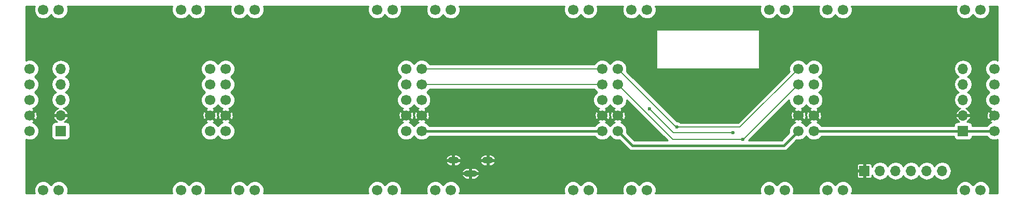
<source format=gbl>
G04 #@! TF.FileFunction,Copper,L2,Bot,Signal*
%FSLAX46Y46*%
G04 Gerber Fmt 4.6, Leading zero omitted, Abs format (unit mm)*
G04 Created by KiCad (PCBNEW 4.0.6) date Mon Oct 23 01:37:39 2017*
%MOMM*%
%LPD*%
G01*
G04 APERTURE LIST*
%ADD10C,0.100000*%
%ADD11R,1.700000X1.700000*%
%ADD12O,1.700000X1.700000*%
%ADD13O,1.800000X1.100000*%
%ADD14O,2.200000X1.100000*%
%ADD15C,1.700000*%
%ADD16C,0.600000*%
%ADD17C,0.200000*%
%ADD18C,0.400000*%
%ADD19C,0.254000*%
G04 APERTURE END LIST*
D10*
D11*
X33350000Y-41080000D03*
D12*
X33350000Y-38540000D03*
X33350000Y-36000000D03*
X33350000Y-33460000D03*
X33350000Y-30920000D03*
D13*
X97433000Y-45851000D03*
X103033000Y-45851000D03*
D14*
X100233000Y-48001000D03*
D15*
X151500000Y-21270000D03*
X148960000Y-21270000D03*
X129040000Y-21270000D03*
X126500000Y-21270000D03*
X151500000Y-50730000D03*
X148960000Y-50730000D03*
X129040000Y-50730000D03*
X126500000Y-50730000D03*
X153730000Y-30920000D03*
X153730000Y-33460000D03*
X153730000Y-36000000D03*
X153730000Y-38540000D03*
X153730000Y-41080000D03*
X124270000Y-30920000D03*
X124270000Y-33460000D03*
X124270000Y-36000000D03*
X124270000Y-38540000D03*
X124270000Y-41080000D03*
X87500000Y-21270000D03*
X84960000Y-21270000D03*
X65040000Y-21270000D03*
X62500000Y-21270000D03*
X87500000Y-50730000D03*
X84960000Y-50730000D03*
X65040000Y-50730000D03*
X62500000Y-50730000D03*
X89730000Y-30920000D03*
X89730000Y-33460000D03*
X89730000Y-36000000D03*
X89730000Y-38540000D03*
X89730000Y-41080000D03*
X60270000Y-30920000D03*
X60270000Y-33460000D03*
X60270000Y-36000000D03*
X60270000Y-38540000D03*
X60270000Y-41080000D03*
X55500000Y-21270000D03*
X52960000Y-21270000D03*
X33040000Y-21270000D03*
X30500000Y-21270000D03*
X55500000Y-50730000D03*
X52960000Y-50730000D03*
X33040000Y-50730000D03*
X30500000Y-50730000D03*
X57730000Y-30920000D03*
X57730000Y-33460000D03*
X57730000Y-36000000D03*
X57730000Y-38540000D03*
X57730000Y-41080000D03*
X28270000Y-30920000D03*
X28270000Y-33460000D03*
X28270000Y-36000000D03*
X28270000Y-38540000D03*
X28270000Y-41080000D03*
D11*
X164516000Y-47599600D03*
D12*
X167056000Y-47599600D03*
X169596000Y-47599600D03*
X172136000Y-47599600D03*
X174676000Y-47599600D03*
X177216000Y-47599600D03*
D11*
X180620000Y-41080000D03*
D12*
X180620000Y-38540000D03*
X180620000Y-36000000D03*
X180620000Y-33460000D03*
X180620000Y-30920000D03*
D15*
X183500000Y-21270000D03*
X180960000Y-21270000D03*
X161040000Y-21270000D03*
X158500000Y-21270000D03*
X183500000Y-50730000D03*
X180960000Y-50730000D03*
X161040000Y-50730000D03*
X158500000Y-50730000D03*
X185730000Y-30920000D03*
X185730000Y-33460000D03*
X185730000Y-36000000D03*
X185730000Y-38540000D03*
X185730000Y-41080000D03*
X156270000Y-30920000D03*
X156270000Y-33460000D03*
X156270000Y-36000000D03*
X156270000Y-38540000D03*
X156270000Y-41080000D03*
X119496000Y-21270000D03*
X116956000Y-21270000D03*
X97036000Y-21270000D03*
X94496000Y-21270000D03*
X119496000Y-50730000D03*
X116956000Y-50730000D03*
X97036000Y-50730000D03*
X94496000Y-50730000D03*
X121726000Y-30920000D03*
X121726000Y-33460000D03*
X121726000Y-36000000D03*
X121726000Y-38540000D03*
X121726000Y-41080000D03*
X92266000Y-30920000D03*
X92266000Y-33460000D03*
X92266000Y-36000000D03*
X92266000Y-38540000D03*
X92266000Y-41080000D03*
D16*
X162966000Y-24130000D03*
X170561000Y-28178000D03*
X175006000Y-24130000D03*
X148851000Y-47462300D03*
X124240000Y-45456000D03*
X144647000Y-42454600D03*
X133940000Y-40438900D03*
X143107000Y-41369200D03*
X129413000Y-37465000D03*
D17*
X144735000Y-42454600D02*
X144647000Y-42454600D01*
X153730000Y-33460000D02*
X144735000Y-42454600D01*
X133265000Y-42454600D02*
X144647000Y-42454600D01*
X124270000Y-33460000D02*
X133265000Y-42454600D01*
X121730000Y-33460000D02*
X121728000Y-33462200D01*
X92270000Y-33460000D02*
X92266000Y-33460000D01*
X92274500Y-33464500D02*
X92270000Y-33460000D01*
X121726000Y-33464500D02*
X92274500Y-33464500D01*
X121728000Y-33462200D02*
X121726000Y-33464500D01*
X121728000Y-33462000D02*
X121728000Y-33462200D01*
X121726000Y-33460000D02*
X121728000Y-33462000D01*
X144211000Y-40438900D02*
X133940000Y-40438900D01*
X153730000Y-30920000D02*
X144211000Y-40438900D01*
X133789000Y-40438900D02*
X133940000Y-40438900D01*
X124270000Y-30920000D02*
X133789000Y-40438900D01*
X121730000Y-30920000D02*
X121726000Y-30920000D01*
X121726000Y-30920000D02*
X92266000Y-30920000D01*
X133317000Y-41369200D02*
X143107000Y-41369200D01*
X129413000Y-37465000D02*
X133317000Y-41369200D01*
D18*
X151373000Y-43437000D02*
X153730000Y-41080000D01*
X126627000Y-43437000D02*
X151373000Y-43437000D01*
X124270000Y-41080000D02*
X126627000Y-43437000D01*
X121726000Y-41080000D02*
X121730000Y-41080000D01*
X121726000Y-41080000D02*
X92266000Y-41080000D01*
X181874000Y-41075900D02*
X185726000Y-41075900D01*
X181870000Y-41080000D02*
X181874000Y-41075900D01*
X180620000Y-41080000D02*
X181870000Y-41080000D01*
X180620000Y-41080000D02*
X156270000Y-41080000D01*
X185722000Y-41071800D02*
X185726000Y-41075900D01*
X185726000Y-41075900D02*
X185730000Y-41080000D01*
D19*
G36*
X29015258Y-20973319D02*
X29014743Y-21564089D01*
X29240344Y-22110086D01*
X29657717Y-22528188D01*
X30203319Y-22754742D01*
X30794089Y-22755257D01*
X31340086Y-22529656D01*
X31758188Y-22112283D01*
X31769748Y-22084443D01*
X31780344Y-22110086D01*
X32197717Y-22528188D01*
X32743319Y-22754742D01*
X33334089Y-22755257D01*
X33880086Y-22529656D01*
X34298188Y-22112283D01*
X34524742Y-21566681D01*
X34525257Y-20975911D01*
X34415385Y-20710000D01*
X51584598Y-20710000D01*
X51475258Y-20973319D01*
X51474743Y-21564089D01*
X51700344Y-22110086D01*
X52117717Y-22528188D01*
X52663319Y-22754742D01*
X53254089Y-22755257D01*
X53800086Y-22529656D01*
X54218188Y-22112283D01*
X54229748Y-22084443D01*
X54240344Y-22110086D01*
X54657717Y-22528188D01*
X55203319Y-22754742D01*
X55794089Y-22755257D01*
X56340086Y-22529656D01*
X56758188Y-22112283D01*
X56984742Y-21566681D01*
X56985257Y-20975911D01*
X56875385Y-20710000D01*
X61124598Y-20710000D01*
X61015258Y-20973319D01*
X61014743Y-21564089D01*
X61240344Y-22110086D01*
X61657717Y-22528188D01*
X62203319Y-22754742D01*
X62794089Y-22755257D01*
X63340086Y-22529656D01*
X63758188Y-22112283D01*
X63769748Y-22084443D01*
X63780344Y-22110086D01*
X64197717Y-22528188D01*
X64743319Y-22754742D01*
X65334089Y-22755257D01*
X65880086Y-22529656D01*
X66298188Y-22112283D01*
X66524742Y-21566681D01*
X66525257Y-20975911D01*
X66415385Y-20710000D01*
X83584598Y-20710000D01*
X83475258Y-20973319D01*
X83474743Y-21564089D01*
X83700344Y-22110086D01*
X84117717Y-22528188D01*
X84663319Y-22754742D01*
X85254089Y-22755257D01*
X85800086Y-22529656D01*
X86218188Y-22112283D01*
X86229748Y-22084443D01*
X86240344Y-22110086D01*
X86657717Y-22528188D01*
X87203319Y-22754742D01*
X87794089Y-22755257D01*
X88340086Y-22529656D01*
X88758188Y-22112283D01*
X88984742Y-21566681D01*
X88985257Y-20975911D01*
X88875385Y-20710000D01*
X93120598Y-20710000D01*
X93011258Y-20973319D01*
X93010743Y-21564089D01*
X93236344Y-22110086D01*
X93653717Y-22528188D01*
X94199319Y-22754742D01*
X94790089Y-22755257D01*
X95336086Y-22529656D01*
X95754188Y-22112283D01*
X95765748Y-22084443D01*
X95776344Y-22110086D01*
X96193717Y-22528188D01*
X96739319Y-22754742D01*
X97330089Y-22755257D01*
X97876086Y-22529656D01*
X98294188Y-22112283D01*
X98520742Y-21566681D01*
X98521257Y-20975911D01*
X98411385Y-20710000D01*
X115580598Y-20710000D01*
X115471258Y-20973319D01*
X115470743Y-21564089D01*
X115696344Y-22110086D01*
X116113717Y-22528188D01*
X116659319Y-22754742D01*
X117250089Y-22755257D01*
X117796086Y-22529656D01*
X118214188Y-22112283D01*
X118225748Y-22084443D01*
X118236344Y-22110086D01*
X118653717Y-22528188D01*
X119199319Y-22754742D01*
X119790089Y-22755257D01*
X120336086Y-22529656D01*
X120754188Y-22112283D01*
X120980742Y-21566681D01*
X120981257Y-20975911D01*
X120871385Y-20710000D01*
X125124598Y-20710000D01*
X125015258Y-20973319D01*
X125014743Y-21564089D01*
X125240344Y-22110086D01*
X125657717Y-22528188D01*
X126203319Y-22754742D01*
X126794089Y-22755257D01*
X127340086Y-22529656D01*
X127758188Y-22112283D01*
X127769748Y-22084443D01*
X127780344Y-22110086D01*
X128197717Y-22528188D01*
X128743319Y-22754742D01*
X129334089Y-22755257D01*
X129880086Y-22529656D01*
X130298188Y-22112283D01*
X130524742Y-21566681D01*
X130525257Y-20975911D01*
X130415385Y-20710000D01*
X147584598Y-20710000D01*
X147475258Y-20973319D01*
X147474743Y-21564089D01*
X147700344Y-22110086D01*
X148117717Y-22528188D01*
X148663319Y-22754742D01*
X149254089Y-22755257D01*
X149800086Y-22529656D01*
X150218188Y-22112283D01*
X150229748Y-22084443D01*
X150240344Y-22110086D01*
X150657717Y-22528188D01*
X151203319Y-22754742D01*
X151794089Y-22755257D01*
X152340086Y-22529656D01*
X152758188Y-22112283D01*
X152984742Y-21566681D01*
X152985257Y-20975911D01*
X152875385Y-20710000D01*
X157124598Y-20710000D01*
X157015258Y-20973319D01*
X157014743Y-21564089D01*
X157240344Y-22110086D01*
X157657717Y-22528188D01*
X158203319Y-22754742D01*
X158794089Y-22755257D01*
X159340086Y-22529656D01*
X159758188Y-22112283D01*
X159769748Y-22084443D01*
X159780344Y-22110086D01*
X160197717Y-22528188D01*
X160743319Y-22754742D01*
X161334089Y-22755257D01*
X161880086Y-22529656D01*
X162298188Y-22112283D01*
X162524742Y-21566681D01*
X162525257Y-20975911D01*
X162415385Y-20710000D01*
X179584598Y-20710000D01*
X179475258Y-20973319D01*
X179474743Y-21564089D01*
X179700344Y-22110086D01*
X180117717Y-22528188D01*
X180663319Y-22754742D01*
X181254089Y-22755257D01*
X181800086Y-22529656D01*
X182218188Y-22112283D01*
X182229748Y-22084443D01*
X182240344Y-22110086D01*
X182657717Y-22528188D01*
X183203319Y-22754742D01*
X183794089Y-22755257D01*
X184340086Y-22529656D01*
X184758188Y-22112283D01*
X184984742Y-21566681D01*
X184985257Y-20975911D01*
X184875385Y-20710000D01*
X186290000Y-20710000D01*
X186290000Y-29544598D01*
X186026681Y-29435258D01*
X185435911Y-29434743D01*
X184889914Y-29660344D01*
X184471812Y-30077717D01*
X184245258Y-30623319D01*
X184244743Y-31214089D01*
X184470344Y-31760086D01*
X184887717Y-32178188D01*
X184915557Y-32189748D01*
X184889914Y-32200344D01*
X184471812Y-32617717D01*
X184245258Y-33163319D01*
X184244743Y-33754089D01*
X184470344Y-34300086D01*
X184887717Y-34718188D01*
X184915557Y-34729748D01*
X184889914Y-34740344D01*
X184471812Y-35157717D01*
X184245258Y-35703319D01*
X184244743Y-36294089D01*
X184470344Y-36840086D01*
X184887717Y-37258188D01*
X185230588Y-37400560D01*
X185098792Y-37455152D01*
X185004584Y-37634979D01*
X185730000Y-38360395D01*
X185744143Y-38346253D01*
X185923748Y-38525858D01*
X185909605Y-38540000D01*
X185923748Y-38554143D01*
X185744143Y-38733748D01*
X185730000Y-38719605D01*
X185004584Y-39445021D01*
X185098792Y-39624848D01*
X185243147Y-39674392D01*
X184889914Y-39820344D01*
X184471812Y-40237717D01*
X184470490Y-40240900D01*
X182117440Y-40240900D01*
X182117440Y-40230000D01*
X182073162Y-39994683D01*
X181934090Y-39778559D01*
X181721890Y-39633569D01*
X181470000Y-39582560D01*
X181235980Y-39582560D01*
X181368056Y-39517652D01*
X181685245Y-39156964D01*
X181809489Y-38856980D01*
X181748627Y-38667000D01*
X180747000Y-38667000D01*
X180747000Y-38687000D01*
X180493000Y-38687000D01*
X180493000Y-38667000D01*
X179491373Y-38667000D01*
X179430511Y-38856980D01*
X179554755Y-39156964D01*
X179871944Y-39517652D01*
X180004020Y-39582560D01*
X179770000Y-39582560D01*
X179534683Y-39626838D01*
X179318559Y-39765910D01*
X179173569Y-39978110D01*
X179122560Y-40230000D01*
X179122560Y-40245000D01*
X157531757Y-40245000D01*
X157529656Y-40239914D01*
X157112283Y-39821812D01*
X156769412Y-39679440D01*
X156901208Y-39624848D01*
X156995416Y-39445021D01*
X156270000Y-38719605D01*
X155544584Y-39445021D01*
X155638792Y-39624848D01*
X155783147Y-39674392D01*
X155429914Y-39820344D01*
X155011812Y-40237717D01*
X155000252Y-40265557D01*
X154989656Y-40239914D01*
X154572283Y-39821812D01*
X154229412Y-39679440D01*
X154361208Y-39624848D01*
X154455416Y-39445021D01*
X153730000Y-38719605D01*
X153004584Y-39445021D01*
X153098792Y-39624848D01*
X153243147Y-39674392D01*
X152889914Y-39820344D01*
X152471812Y-40237717D01*
X152245258Y-40783319D01*
X152244743Y-41374089D01*
X152247755Y-41381377D01*
X151027132Y-42602000D01*
X145627064Y-42602000D01*
X149857258Y-38371993D01*
X152486178Y-38371993D01*
X152516565Y-38860772D01*
X152645152Y-39171208D01*
X152824979Y-39265416D01*
X153550395Y-38540000D01*
X153909605Y-38540000D01*
X154635021Y-39265416D01*
X154814848Y-39171208D01*
X154973822Y-38708007D01*
X154952933Y-38371993D01*
X155026178Y-38371993D01*
X155056565Y-38860772D01*
X155185152Y-39171208D01*
X155364979Y-39265416D01*
X156090395Y-38540000D01*
X156449605Y-38540000D01*
X157175021Y-39265416D01*
X157354848Y-39171208D01*
X157513822Y-38708007D01*
X157483435Y-38219228D01*
X157354848Y-37908792D01*
X157175021Y-37814584D01*
X156449605Y-38540000D01*
X156090395Y-38540000D01*
X155364979Y-37814584D01*
X155185152Y-37908792D01*
X155026178Y-38371993D01*
X154952933Y-38371993D01*
X154943435Y-38219228D01*
X154814848Y-37908792D01*
X154635021Y-37814584D01*
X153909605Y-38540000D01*
X153550395Y-38540000D01*
X152824979Y-37814584D01*
X152645152Y-37908792D01*
X152486178Y-38371993D01*
X149857258Y-38371993D01*
X152245013Y-35984345D01*
X152244743Y-36294089D01*
X152470344Y-36840086D01*
X152887717Y-37258188D01*
X153230588Y-37400560D01*
X153098792Y-37455152D01*
X153004584Y-37634979D01*
X153730000Y-38360395D01*
X154455416Y-37634979D01*
X154361208Y-37455152D01*
X154216853Y-37405608D01*
X154570086Y-37259656D01*
X154988188Y-36842283D01*
X154999748Y-36814443D01*
X155010344Y-36840086D01*
X155427717Y-37258188D01*
X155770588Y-37400560D01*
X155638792Y-37455152D01*
X155544584Y-37634979D01*
X156270000Y-38360395D01*
X156995416Y-37634979D01*
X156901208Y-37455152D01*
X156756853Y-37405608D01*
X157110086Y-37259656D01*
X157528188Y-36842283D01*
X157754742Y-36296681D01*
X157755257Y-35705911D01*
X157529656Y-35159914D01*
X157112283Y-34741812D01*
X157084443Y-34730252D01*
X157110086Y-34719656D01*
X157528188Y-34302283D01*
X157754742Y-33756681D01*
X157755257Y-33165911D01*
X157529656Y-32619914D01*
X157112283Y-32201812D01*
X157084443Y-32190252D01*
X157110086Y-32179656D01*
X157528188Y-31762283D01*
X157754742Y-31216681D01*
X157755000Y-30920000D01*
X179105907Y-30920000D01*
X179218946Y-31488285D01*
X179540853Y-31970054D01*
X179870026Y-32190000D01*
X179540853Y-32409946D01*
X179218946Y-32891715D01*
X179105907Y-33460000D01*
X179218946Y-34028285D01*
X179540853Y-34510054D01*
X179870026Y-34730000D01*
X179540853Y-34949946D01*
X179218946Y-35431715D01*
X179105907Y-36000000D01*
X179218946Y-36568285D01*
X179540853Y-37050054D01*
X180022622Y-37371961D01*
X180191139Y-37405481D01*
X179871944Y-37562348D01*
X179554755Y-37923036D01*
X179430511Y-38223020D01*
X179491373Y-38413000D01*
X180493000Y-38413000D01*
X180493000Y-38393000D01*
X180747000Y-38393000D01*
X180747000Y-38413000D01*
X181748627Y-38413000D01*
X181761764Y-38371993D01*
X184486178Y-38371993D01*
X184516565Y-38860772D01*
X184645152Y-39171208D01*
X184824979Y-39265416D01*
X185550395Y-38540000D01*
X184824979Y-37814584D01*
X184645152Y-37908792D01*
X184486178Y-38371993D01*
X181761764Y-38371993D01*
X181809489Y-38223020D01*
X181685245Y-37923036D01*
X181368056Y-37562348D01*
X181048861Y-37405481D01*
X181217378Y-37371961D01*
X181699147Y-37050054D01*
X182021054Y-36568285D01*
X182134093Y-36000000D01*
X182021054Y-35431715D01*
X181699147Y-34949946D01*
X181369974Y-34730000D01*
X181699147Y-34510054D01*
X182021054Y-34028285D01*
X182134093Y-33460000D01*
X182021054Y-32891715D01*
X181699147Y-32409946D01*
X181369974Y-32190000D01*
X181699147Y-31970054D01*
X182021054Y-31488285D01*
X182134093Y-30920000D01*
X182021054Y-30351715D01*
X181699147Y-29869946D01*
X181217378Y-29548039D01*
X180649093Y-29435000D01*
X180590907Y-29435000D01*
X180022622Y-29548039D01*
X179540853Y-29869946D01*
X179218946Y-30351715D01*
X179105907Y-30920000D01*
X157755000Y-30920000D01*
X157755257Y-30625911D01*
X157529656Y-30079914D01*
X157112283Y-29661812D01*
X156566681Y-29435258D01*
X155975911Y-29434743D01*
X155429914Y-29660344D01*
X155011812Y-30077717D01*
X155000252Y-30105557D01*
X154989656Y-30079914D01*
X154572283Y-29661812D01*
X154026681Y-29435258D01*
X153435911Y-29434743D01*
X152889914Y-29660344D01*
X152471812Y-30077717D01*
X152245258Y-30623319D01*
X152244743Y-31214089D01*
X152289101Y-31321443D01*
X143906555Y-39703900D01*
X134527419Y-39703900D01*
X134470327Y-39646708D01*
X134126799Y-39504062D01*
X133893401Y-39503859D01*
X125711141Y-31321684D01*
X125754742Y-31216681D01*
X125755257Y-30625911D01*
X125529656Y-30079914D01*
X125112283Y-29661812D01*
X124566681Y-29435258D01*
X123975911Y-29434743D01*
X123429914Y-29660344D01*
X123011812Y-30077717D01*
X122998247Y-30110386D01*
X122985656Y-30079914D01*
X122568283Y-29661812D01*
X122022681Y-29435258D01*
X121431911Y-29434743D01*
X120885914Y-29660344D01*
X120467812Y-30077717D01*
X120423264Y-30185000D01*
X93569077Y-30185000D01*
X93525656Y-30079914D01*
X93108283Y-29661812D01*
X92562681Y-29435258D01*
X91971911Y-29434743D01*
X91425914Y-29660344D01*
X91007812Y-30077717D01*
X90998257Y-30100729D01*
X90989656Y-30079914D01*
X90572283Y-29661812D01*
X90026681Y-29435258D01*
X89435911Y-29434743D01*
X88889914Y-29660344D01*
X88471812Y-30077717D01*
X88245258Y-30623319D01*
X88244743Y-31214089D01*
X88470344Y-31760086D01*
X88887717Y-32178188D01*
X88915557Y-32189748D01*
X88889914Y-32200344D01*
X88471812Y-32617717D01*
X88245258Y-33163319D01*
X88244743Y-33754089D01*
X88470344Y-34300086D01*
X88887717Y-34718188D01*
X88915557Y-34729748D01*
X88889914Y-34740344D01*
X88471812Y-35157717D01*
X88245258Y-35703319D01*
X88244743Y-36294089D01*
X88470344Y-36840086D01*
X88887717Y-37258188D01*
X89230588Y-37400560D01*
X89098792Y-37455152D01*
X89004584Y-37634979D01*
X89730000Y-38360395D01*
X90455416Y-37634979D01*
X90361208Y-37455152D01*
X90216853Y-37405608D01*
X90570086Y-37259656D01*
X90988188Y-36842283D01*
X90997743Y-36819271D01*
X91006344Y-36840086D01*
X91423717Y-37258188D01*
X91766588Y-37400560D01*
X91634792Y-37455152D01*
X91540584Y-37634979D01*
X92266000Y-38360395D01*
X92991416Y-37634979D01*
X92897208Y-37455152D01*
X92752853Y-37405608D01*
X93106086Y-37259656D01*
X93524188Y-36842283D01*
X93750742Y-36296681D01*
X93751257Y-35705911D01*
X93525656Y-35159914D01*
X93108283Y-34741812D01*
X93080443Y-34730252D01*
X93106086Y-34719656D01*
X93524188Y-34302283D01*
X93566867Y-34199500D01*
X120424783Y-34199500D01*
X120466344Y-34300086D01*
X120883717Y-34718188D01*
X120911557Y-34729748D01*
X120885914Y-34740344D01*
X120467812Y-35157717D01*
X120241258Y-35703319D01*
X120240743Y-36294089D01*
X120466344Y-36840086D01*
X120883717Y-37258188D01*
X121226588Y-37400560D01*
X121094792Y-37455152D01*
X121000584Y-37634979D01*
X121726000Y-38360395D01*
X122451416Y-37634979D01*
X122357208Y-37455152D01*
X122212853Y-37405608D01*
X122566086Y-37259656D01*
X122984188Y-36842283D01*
X122997753Y-36809614D01*
X123010344Y-36840086D01*
X123427717Y-37258188D01*
X123770588Y-37400560D01*
X123638792Y-37455152D01*
X123544584Y-37634979D01*
X124270000Y-38360395D01*
X124995416Y-37634979D01*
X124901208Y-37455152D01*
X124756853Y-37405608D01*
X125110086Y-37259656D01*
X125528188Y-36842283D01*
X125754742Y-36296681D01*
X125755014Y-35984372D01*
X132372936Y-42602000D01*
X126972868Y-42602000D01*
X125752632Y-41381764D01*
X125754742Y-41376681D01*
X125755257Y-40785911D01*
X125529656Y-40239914D01*
X125112283Y-39821812D01*
X124769412Y-39679440D01*
X124901208Y-39624848D01*
X124995416Y-39445021D01*
X124270000Y-38719605D01*
X123544584Y-39445021D01*
X123638792Y-39624848D01*
X123783147Y-39674392D01*
X123429914Y-39820344D01*
X123011812Y-40237717D01*
X122998247Y-40270386D01*
X122985656Y-40239914D01*
X122568283Y-39821812D01*
X122225412Y-39679440D01*
X122357208Y-39624848D01*
X122451416Y-39445021D01*
X121726000Y-38719605D01*
X121000584Y-39445021D01*
X121094792Y-39624848D01*
X121239147Y-39674392D01*
X120885914Y-39820344D01*
X120467812Y-40237717D01*
X120464788Y-40245000D01*
X93527757Y-40245000D01*
X93525656Y-40239914D01*
X93108283Y-39821812D01*
X92765412Y-39679440D01*
X92897208Y-39624848D01*
X92991416Y-39445021D01*
X92266000Y-38719605D01*
X91540584Y-39445021D01*
X91634792Y-39624848D01*
X91779147Y-39674392D01*
X91425914Y-39820344D01*
X91007812Y-40237717D01*
X90998257Y-40260729D01*
X90989656Y-40239914D01*
X90572283Y-39821812D01*
X90229412Y-39679440D01*
X90361208Y-39624848D01*
X90455416Y-39445021D01*
X89730000Y-38719605D01*
X89004584Y-39445021D01*
X89098792Y-39624848D01*
X89243147Y-39674392D01*
X88889914Y-39820344D01*
X88471812Y-40237717D01*
X88245258Y-40783319D01*
X88244743Y-41374089D01*
X88470344Y-41920086D01*
X88887717Y-42338188D01*
X89433319Y-42564742D01*
X90024089Y-42565257D01*
X90570086Y-42339656D01*
X90988188Y-41922283D01*
X90997743Y-41899271D01*
X91006344Y-41920086D01*
X91423717Y-42338188D01*
X91969319Y-42564742D01*
X92560089Y-42565257D01*
X93106086Y-42339656D01*
X93524188Y-41922283D01*
X93527212Y-41915000D01*
X120464243Y-41915000D01*
X120466344Y-41920086D01*
X120883717Y-42338188D01*
X121429319Y-42564742D01*
X122020089Y-42565257D01*
X122566086Y-42339656D01*
X122984188Y-41922283D01*
X122997753Y-41889614D01*
X123010344Y-41920086D01*
X123427717Y-42338188D01*
X123973319Y-42564742D01*
X124564089Y-42565257D01*
X124571377Y-42562245D01*
X126036566Y-44027434D01*
X126307459Y-44208439D01*
X126627000Y-44272000D01*
X151373000Y-44272000D01*
X151692541Y-44208439D01*
X151963434Y-44027434D01*
X153428236Y-42562632D01*
X153433319Y-42564742D01*
X154024089Y-42565257D01*
X154570086Y-42339656D01*
X154988188Y-41922283D01*
X154999748Y-41894443D01*
X155010344Y-41920086D01*
X155427717Y-42338188D01*
X155973319Y-42564742D01*
X156564089Y-42565257D01*
X157110086Y-42339656D01*
X157528188Y-41922283D01*
X157531212Y-41915000D01*
X179122560Y-41915000D01*
X179122560Y-41930000D01*
X179166838Y-42165317D01*
X179305910Y-42381441D01*
X179518110Y-42526431D01*
X179770000Y-42577440D01*
X181470000Y-42577440D01*
X181705317Y-42533162D01*
X181921441Y-42394090D01*
X182066431Y-42181890D01*
X182117440Y-41930000D01*
X182117440Y-41910900D01*
X184466548Y-41910900D01*
X184470344Y-41920086D01*
X184887717Y-42338188D01*
X185433319Y-42564742D01*
X186024089Y-42565257D01*
X186290000Y-42455385D01*
X186290000Y-51290000D01*
X184875402Y-51290000D01*
X184984742Y-51026681D01*
X184985257Y-50435911D01*
X184759656Y-49889914D01*
X184342283Y-49471812D01*
X183796681Y-49245258D01*
X183205911Y-49244743D01*
X182659914Y-49470344D01*
X182241812Y-49887717D01*
X182230252Y-49915557D01*
X182219656Y-49889914D01*
X181802283Y-49471812D01*
X181256681Y-49245258D01*
X180665911Y-49244743D01*
X180119914Y-49470344D01*
X179701812Y-49887717D01*
X179475258Y-50433319D01*
X179474743Y-51024089D01*
X179584615Y-51290000D01*
X162415402Y-51290000D01*
X162524742Y-51026681D01*
X162525257Y-50435911D01*
X162299656Y-49889914D01*
X161882283Y-49471812D01*
X161336681Y-49245258D01*
X160745911Y-49244743D01*
X160199914Y-49470344D01*
X159781812Y-49887717D01*
X159770252Y-49915557D01*
X159759656Y-49889914D01*
X159342283Y-49471812D01*
X158796681Y-49245258D01*
X158205911Y-49244743D01*
X157659914Y-49470344D01*
X157241812Y-49887717D01*
X157015258Y-50433319D01*
X157014743Y-51024089D01*
X157124615Y-51290000D01*
X152875402Y-51290000D01*
X152984742Y-51026681D01*
X152985257Y-50435911D01*
X152759656Y-49889914D01*
X152342283Y-49471812D01*
X151796681Y-49245258D01*
X151205911Y-49244743D01*
X150659914Y-49470344D01*
X150241812Y-49887717D01*
X150230252Y-49915557D01*
X150219656Y-49889914D01*
X149802283Y-49471812D01*
X149256681Y-49245258D01*
X148665911Y-49244743D01*
X148119914Y-49470344D01*
X147701812Y-49887717D01*
X147475258Y-50433319D01*
X147474743Y-51024089D01*
X147584615Y-51290000D01*
X130415402Y-51290000D01*
X130524742Y-51026681D01*
X130525257Y-50435911D01*
X130299656Y-49889914D01*
X129882283Y-49471812D01*
X129336681Y-49245258D01*
X128745911Y-49244743D01*
X128199914Y-49470344D01*
X127781812Y-49887717D01*
X127770252Y-49915557D01*
X127759656Y-49889914D01*
X127342283Y-49471812D01*
X126796681Y-49245258D01*
X126205911Y-49244743D01*
X125659914Y-49470344D01*
X125241812Y-49887717D01*
X125015258Y-50433319D01*
X125014743Y-51024089D01*
X125124615Y-51290000D01*
X120871402Y-51290000D01*
X120980742Y-51026681D01*
X120981257Y-50435911D01*
X120755656Y-49889914D01*
X120338283Y-49471812D01*
X119792681Y-49245258D01*
X119201911Y-49244743D01*
X118655914Y-49470344D01*
X118237812Y-49887717D01*
X118226252Y-49915557D01*
X118215656Y-49889914D01*
X117798283Y-49471812D01*
X117252681Y-49245258D01*
X116661911Y-49244743D01*
X116115914Y-49470344D01*
X115697812Y-49887717D01*
X115471258Y-50433319D01*
X115470743Y-51024089D01*
X115580615Y-51290000D01*
X98411402Y-51290000D01*
X98520742Y-51026681D01*
X98521257Y-50435911D01*
X98295656Y-49889914D01*
X97878283Y-49471812D01*
X97332681Y-49245258D01*
X96741911Y-49244743D01*
X96195914Y-49470344D01*
X95777812Y-49887717D01*
X95766252Y-49915557D01*
X95755656Y-49889914D01*
X95338283Y-49471812D01*
X94792681Y-49245258D01*
X94201911Y-49244743D01*
X93655914Y-49470344D01*
X93237812Y-49887717D01*
X93011258Y-50433319D01*
X93010743Y-51024089D01*
X93120615Y-51290000D01*
X88875402Y-51290000D01*
X88984742Y-51026681D01*
X88985257Y-50435911D01*
X88759656Y-49889914D01*
X88342283Y-49471812D01*
X87796681Y-49245258D01*
X87205911Y-49244743D01*
X86659914Y-49470344D01*
X86241812Y-49887717D01*
X86230252Y-49915557D01*
X86219656Y-49889914D01*
X85802283Y-49471812D01*
X85256681Y-49245258D01*
X84665911Y-49244743D01*
X84119914Y-49470344D01*
X83701812Y-49887717D01*
X83475258Y-50433319D01*
X83474743Y-51024089D01*
X83584615Y-51290000D01*
X66415402Y-51290000D01*
X66524742Y-51026681D01*
X66525257Y-50435911D01*
X66299656Y-49889914D01*
X65882283Y-49471812D01*
X65336681Y-49245258D01*
X64745911Y-49244743D01*
X64199914Y-49470344D01*
X63781812Y-49887717D01*
X63770252Y-49915557D01*
X63759656Y-49889914D01*
X63342283Y-49471812D01*
X62796681Y-49245258D01*
X62205911Y-49244743D01*
X61659914Y-49470344D01*
X61241812Y-49887717D01*
X61015258Y-50433319D01*
X61014743Y-51024089D01*
X61124615Y-51290000D01*
X56875402Y-51290000D01*
X56984742Y-51026681D01*
X56985257Y-50435911D01*
X56759656Y-49889914D01*
X56342283Y-49471812D01*
X55796681Y-49245258D01*
X55205911Y-49244743D01*
X54659914Y-49470344D01*
X54241812Y-49887717D01*
X54230252Y-49915557D01*
X54219656Y-49889914D01*
X53802283Y-49471812D01*
X53256681Y-49245258D01*
X52665911Y-49244743D01*
X52119914Y-49470344D01*
X51701812Y-49887717D01*
X51475258Y-50433319D01*
X51474743Y-51024089D01*
X51584615Y-51290000D01*
X34415402Y-51290000D01*
X34524742Y-51026681D01*
X34525257Y-50435911D01*
X34299656Y-49889914D01*
X33882283Y-49471812D01*
X33336681Y-49245258D01*
X32745911Y-49244743D01*
X32199914Y-49470344D01*
X31781812Y-49887717D01*
X31770252Y-49915557D01*
X31759656Y-49889914D01*
X31342283Y-49471812D01*
X30796681Y-49245258D01*
X30205911Y-49244743D01*
X29659914Y-49470344D01*
X29241812Y-49887717D01*
X29015258Y-50433319D01*
X29014743Y-51024089D01*
X29124615Y-51290000D01*
X27710000Y-51290000D01*
X27710000Y-48270715D01*
X98791925Y-48270715D01*
X98934881Y-48569514D01*
X99209389Y-48812531D01*
X99556000Y-48932000D01*
X100106000Y-48932000D01*
X100106000Y-48128000D01*
X100360000Y-48128000D01*
X100360000Y-48932000D01*
X100910000Y-48932000D01*
X101256611Y-48812531D01*
X101531119Y-48569514D01*
X101674075Y-48270715D01*
X101609044Y-48128000D01*
X100360000Y-48128000D01*
X100106000Y-48128000D01*
X98856956Y-48128000D01*
X98791925Y-48270715D01*
X27710000Y-48270715D01*
X27710000Y-47731285D01*
X98791925Y-47731285D01*
X98856956Y-47874000D01*
X100106000Y-47874000D01*
X100106000Y-47070000D01*
X100360000Y-47070000D01*
X100360000Y-47874000D01*
X101609044Y-47874000D01*
X101632807Y-47821850D01*
X163285000Y-47821850D01*
X163285000Y-48525386D01*
X163343004Y-48665420D01*
X163450181Y-48772596D01*
X163590215Y-48830600D01*
X164293750Y-48830600D01*
X164389000Y-48735350D01*
X164389000Y-47726600D01*
X163380250Y-47726600D01*
X163285000Y-47821850D01*
X101632807Y-47821850D01*
X101674075Y-47731285D01*
X101531119Y-47432486D01*
X101256611Y-47189469D01*
X100910000Y-47070000D01*
X100360000Y-47070000D01*
X100106000Y-47070000D01*
X99556000Y-47070000D01*
X99209389Y-47189469D01*
X98934881Y-47432486D01*
X98791925Y-47731285D01*
X27710000Y-47731285D01*
X27710000Y-46120715D01*
X96191925Y-46120715D01*
X96334881Y-46419514D01*
X96609389Y-46662531D01*
X96956000Y-46782000D01*
X97306000Y-46782000D01*
X97306000Y-45978000D01*
X97560000Y-45978000D01*
X97560000Y-46782000D01*
X97910000Y-46782000D01*
X98256611Y-46662531D01*
X98531119Y-46419514D01*
X98674075Y-46120715D01*
X101791925Y-46120715D01*
X101934881Y-46419514D01*
X102209389Y-46662531D01*
X102556000Y-46782000D01*
X102906000Y-46782000D01*
X102906000Y-45978000D01*
X103160000Y-45978000D01*
X103160000Y-46782000D01*
X103510000Y-46782000D01*
X103823876Y-46673814D01*
X163285000Y-46673814D01*
X163285000Y-47377350D01*
X163380250Y-47472600D01*
X164389000Y-47472600D01*
X164389000Y-46463850D01*
X164643000Y-46463850D01*
X164643000Y-47472600D01*
X164663000Y-47472600D01*
X164663000Y-47726600D01*
X164643000Y-47726600D01*
X164643000Y-48735350D01*
X164738250Y-48830600D01*
X165441785Y-48830600D01*
X165581819Y-48772596D01*
X165688996Y-48665420D01*
X165747000Y-48525386D01*
X165747000Y-48291206D01*
X166005946Y-48678747D01*
X166487715Y-49000654D01*
X167056000Y-49113693D01*
X167624285Y-49000654D01*
X168106054Y-48678747D01*
X168326000Y-48349574D01*
X168545946Y-48678747D01*
X169027715Y-49000654D01*
X169596000Y-49113693D01*
X170164285Y-49000654D01*
X170646054Y-48678747D01*
X170866000Y-48349574D01*
X171085946Y-48678747D01*
X171567715Y-49000654D01*
X172136000Y-49113693D01*
X172704285Y-49000654D01*
X173186054Y-48678747D01*
X173406000Y-48349574D01*
X173625946Y-48678747D01*
X174107715Y-49000654D01*
X174676000Y-49113693D01*
X175244285Y-49000654D01*
X175726054Y-48678747D01*
X175946000Y-48349574D01*
X176165946Y-48678747D01*
X176647715Y-49000654D01*
X177216000Y-49113693D01*
X177784285Y-49000654D01*
X178266054Y-48678747D01*
X178587961Y-48196978D01*
X178701000Y-47628693D01*
X178701000Y-47570507D01*
X178587961Y-47002222D01*
X178266054Y-46520453D01*
X177784285Y-46198546D01*
X177216000Y-46085507D01*
X176647715Y-46198546D01*
X176165946Y-46520453D01*
X175946000Y-46849626D01*
X175726054Y-46520453D01*
X175244285Y-46198546D01*
X174676000Y-46085507D01*
X174107715Y-46198546D01*
X173625946Y-46520453D01*
X173406000Y-46849626D01*
X173186054Y-46520453D01*
X172704285Y-46198546D01*
X172136000Y-46085507D01*
X171567715Y-46198546D01*
X171085946Y-46520453D01*
X170866000Y-46849626D01*
X170646054Y-46520453D01*
X170164285Y-46198546D01*
X169596000Y-46085507D01*
X169027715Y-46198546D01*
X168545946Y-46520453D01*
X168326000Y-46849626D01*
X168106054Y-46520453D01*
X167624285Y-46198546D01*
X167056000Y-46085507D01*
X166487715Y-46198546D01*
X166005946Y-46520453D01*
X165747000Y-46907994D01*
X165747000Y-46673814D01*
X165688996Y-46533780D01*
X165581819Y-46426604D01*
X165441785Y-46368600D01*
X164738250Y-46368600D01*
X164643000Y-46463850D01*
X164389000Y-46463850D01*
X164293750Y-46368600D01*
X163590215Y-46368600D01*
X163450181Y-46426604D01*
X163343004Y-46533780D01*
X163285000Y-46673814D01*
X103823876Y-46673814D01*
X103856611Y-46662531D01*
X104131119Y-46419514D01*
X104274075Y-46120715D01*
X104209044Y-45978000D01*
X103160000Y-45978000D01*
X102906000Y-45978000D01*
X101856956Y-45978000D01*
X101791925Y-46120715D01*
X98674075Y-46120715D01*
X98609044Y-45978000D01*
X97560000Y-45978000D01*
X97306000Y-45978000D01*
X96256956Y-45978000D01*
X96191925Y-46120715D01*
X27710000Y-46120715D01*
X27710000Y-45581285D01*
X96191925Y-45581285D01*
X96256956Y-45724000D01*
X97306000Y-45724000D01*
X97306000Y-44920000D01*
X97560000Y-44920000D01*
X97560000Y-45724000D01*
X98609044Y-45724000D01*
X98674075Y-45581285D01*
X101791925Y-45581285D01*
X101856956Y-45724000D01*
X102906000Y-45724000D01*
X102906000Y-44920000D01*
X103160000Y-44920000D01*
X103160000Y-45724000D01*
X104209044Y-45724000D01*
X104274075Y-45581285D01*
X104131119Y-45282486D01*
X103856611Y-45039469D01*
X103510000Y-44920000D01*
X103160000Y-44920000D01*
X102906000Y-44920000D01*
X102556000Y-44920000D01*
X102209389Y-45039469D01*
X101934881Y-45282486D01*
X101791925Y-45581285D01*
X98674075Y-45581285D01*
X98531119Y-45282486D01*
X98256611Y-45039469D01*
X97910000Y-44920000D01*
X97560000Y-44920000D01*
X97306000Y-44920000D01*
X96956000Y-44920000D01*
X96609389Y-45039469D01*
X96334881Y-45282486D01*
X96191925Y-45581285D01*
X27710000Y-45581285D01*
X27710000Y-42455402D01*
X27973319Y-42564742D01*
X28564089Y-42565257D01*
X29110086Y-42339656D01*
X29528188Y-41922283D01*
X29754742Y-41376681D01*
X29755257Y-40785911D01*
X29529656Y-40239914D01*
X29519760Y-40230000D01*
X31852560Y-40230000D01*
X31852560Y-41930000D01*
X31896838Y-42165317D01*
X32035910Y-42381441D01*
X32248110Y-42526431D01*
X32500000Y-42577440D01*
X34200000Y-42577440D01*
X34435317Y-42533162D01*
X34651441Y-42394090D01*
X34796431Y-42181890D01*
X34847440Y-41930000D01*
X34847440Y-41374089D01*
X56244743Y-41374089D01*
X56470344Y-41920086D01*
X56887717Y-42338188D01*
X57433319Y-42564742D01*
X58024089Y-42565257D01*
X58570086Y-42339656D01*
X58988188Y-41922283D01*
X58999748Y-41894443D01*
X59010344Y-41920086D01*
X59427717Y-42338188D01*
X59973319Y-42564742D01*
X60564089Y-42565257D01*
X61110086Y-42339656D01*
X61528188Y-41922283D01*
X61754742Y-41376681D01*
X61755257Y-40785911D01*
X61529656Y-40239914D01*
X61112283Y-39821812D01*
X60769412Y-39679440D01*
X60901208Y-39624848D01*
X60995416Y-39445021D01*
X60270000Y-38719605D01*
X59544584Y-39445021D01*
X59638792Y-39624848D01*
X59783147Y-39674392D01*
X59429914Y-39820344D01*
X59011812Y-40237717D01*
X59000252Y-40265557D01*
X58989656Y-40239914D01*
X58572283Y-39821812D01*
X58229412Y-39679440D01*
X58361208Y-39624848D01*
X58455416Y-39445021D01*
X57730000Y-38719605D01*
X57004584Y-39445021D01*
X57098792Y-39624848D01*
X57243147Y-39674392D01*
X56889914Y-39820344D01*
X56471812Y-40237717D01*
X56245258Y-40783319D01*
X56244743Y-41374089D01*
X34847440Y-41374089D01*
X34847440Y-40230000D01*
X34803162Y-39994683D01*
X34664090Y-39778559D01*
X34451890Y-39633569D01*
X34200000Y-39582560D01*
X33965980Y-39582560D01*
X34098056Y-39517652D01*
X34415245Y-39156964D01*
X34539489Y-38856980D01*
X34478627Y-38667000D01*
X33477000Y-38667000D01*
X33477000Y-38687000D01*
X33223000Y-38687000D01*
X33223000Y-38667000D01*
X32221373Y-38667000D01*
X32160511Y-38856980D01*
X32284755Y-39156964D01*
X32601944Y-39517652D01*
X32734020Y-39582560D01*
X32500000Y-39582560D01*
X32264683Y-39626838D01*
X32048559Y-39765910D01*
X31903569Y-39978110D01*
X31852560Y-40230000D01*
X29519760Y-40230000D01*
X29112283Y-39821812D01*
X28769412Y-39679440D01*
X28901208Y-39624848D01*
X28995416Y-39445021D01*
X28270000Y-38719605D01*
X28255858Y-38733748D01*
X28076253Y-38554143D01*
X28090395Y-38540000D01*
X28449605Y-38540000D01*
X29175021Y-39265416D01*
X29354848Y-39171208D01*
X29513822Y-38708007D01*
X29483435Y-38219228D01*
X29354848Y-37908792D01*
X29175021Y-37814584D01*
X28449605Y-38540000D01*
X28090395Y-38540000D01*
X28076253Y-38525858D01*
X28255858Y-38346253D01*
X28270000Y-38360395D01*
X28995416Y-37634979D01*
X28901208Y-37455152D01*
X28756853Y-37405608D01*
X29110086Y-37259656D01*
X29528188Y-36842283D01*
X29754742Y-36296681D01*
X29755257Y-35705911D01*
X29529656Y-35159914D01*
X29112283Y-34741812D01*
X29084443Y-34730252D01*
X29110086Y-34719656D01*
X29528188Y-34302283D01*
X29754742Y-33756681D01*
X29755257Y-33165911D01*
X29529656Y-32619914D01*
X29112283Y-32201812D01*
X29084443Y-32190252D01*
X29110086Y-32179656D01*
X29528188Y-31762283D01*
X29754742Y-31216681D01*
X29755000Y-30920000D01*
X31835907Y-30920000D01*
X31948946Y-31488285D01*
X32270853Y-31970054D01*
X32600026Y-32190000D01*
X32270853Y-32409946D01*
X31948946Y-32891715D01*
X31835907Y-33460000D01*
X31948946Y-34028285D01*
X32270853Y-34510054D01*
X32600026Y-34730000D01*
X32270853Y-34949946D01*
X31948946Y-35431715D01*
X31835907Y-36000000D01*
X31948946Y-36568285D01*
X32270853Y-37050054D01*
X32752622Y-37371961D01*
X32921139Y-37405481D01*
X32601944Y-37562348D01*
X32284755Y-37923036D01*
X32160511Y-38223020D01*
X32221373Y-38413000D01*
X33223000Y-38413000D01*
X33223000Y-38393000D01*
X33477000Y-38393000D01*
X33477000Y-38413000D01*
X34478627Y-38413000D01*
X34491764Y-38371993D01*
X56486178Y-38371993D01*
X56516565Y-38860772D01*
X56645152Y-39171208D01*
X56824979Y-39265416D01*
X57550395Y-38540000D01*
X57909605Y-38540000D01*
X58635021Y-39265416D01*
X58814848Y-39171208D01*
X58973822Y-38708007D01*
X58952933Y-38371993D01*
X59026178Y-38371993D01*
X59056565Y-38860772D01*
X59185152Y-39171208D01*
X59364979Y-39265416D01*
X60090395Y-38540000D01*
X60449605Y-38540000D01*
X61175021Y-39265416D01*
X61354848Y-39171208D01*
X61513822Y-38708007D01*
X61492933Y-38371993D01*
X88486178Y-38371993D01*
X88516565Y-38860772D01*
X88645152Y-39171208D01*
X88824979Y-39265416D01*
X89550395Y-38540000D01*
X89909605Y-38540000D01*
X90635021Y-39265416D01*
X90814848Y-39171208D01*
X90973822Y-38708007D01*
X90952933Y-38371993D01*
X91022178Y-38371993D01*
X91052565Y-38860772D01*
X91181152Y-39171208D01*
X91360979Y-39265416D01*
X92086395Y-38540000D01*
X92445605Y-38540000D01*
X93171021Y-39265416D01*
X93350848Y-39171208D01*
X93509822Y-38708007D01*
X93488933Y-38371993D01*
X120482178Y-38371993D01*
X120512565Y-38860772D01*
X120641152Y-39171208D01*
X120820979Y-39265416D01*
X121546395Y-38540000D01*
X121905605Y-38540000D01*
X122631021Y-39265416D01*
X122810848Y-39171208D01*
X122969822Y-38708007D01*
X122948933Y-38371993D01*
X123026178Y-38371993D01*
X123056565Y-38860772D01*
X123185152Y-39171208D01*
X123364979Y-39265416D01*
X124090395Y-38540000D01*
X124449605Y-38540000D01*
X125175021Y-39265416D01*
X125354848Y-39171208D01*
X125513822Y-38708007D01*
X125483435Y-38219228D01*
X125354848Y-37908792D01*
X125175021Y-37814584D01*
X124449605Y-38540000D01*
X124090395Y-38540000D01*
X123364979Y-37814584D01*
X123185152Y-37908792D01*
X123026178Y-38371993D01*
X122948933Y-38371993D01*
X122939435Y-38219228D01*
X122810848Y-37908792D01*
X122631021Y-37814584D01*
X121905605Y-38540000D01*
X121546395Y-38540000D01*
X120820979Y-37814584D01*
X120641152Y-37908792D01*
X120482178Y-38371993D01*
X93488933Y-38371993D01*
X93479435Y-38219228D01*
X93350848Y-37908792D01*
X93171021Y-37814584D01*
X92445605Y-38540000D01*
X92086395Y-38540000D01*
X91360979Y-37814584D01*
X91181152Y-37908792D01*
X91022178Y-38371993D01*
X90952933Y-38371993D01*
X90943435Y-38219228D01*
X90814848Y-37908792D01*
X90635021Y-37814584D01*
X89909605Y-38540000D01*
X89550395Y-38540000D01*
X88824979Y-37814584D01*
X88645152Y-37908792D01*
X88486178Y-38371993D01*
X61492933Y-38371993D01*
X61483435Y-38219228D01*
X61354848Y-37908792D01*
X61175021Y-37814584D01*
X60449605Y-38540000D01*
X60090395Y-38540000D01*
X59364979Y-37814584D01*
X59185152Y-37908792D01*
X59026178Y-38371993D01*
X58952933Y-38371993D01*
X58943435Y-38219228D01*
X58814848Y-37908792D01*
X58635021Y-37814584D01*
X57909605Y-38540000D01*
X57550395Y-38540000D01*
X56824979Y-37814584D01*
X56645152Y-37908792D01*
X56486178Y-38371993D01*
X34491764Y-38371993D01*
X34539489Y-38223020D01*
X34415245Y-37923036D01*
X34098056Y-37562348D01*
X33778861Y-37405481D01*
X33947378Y-37371961D01*
X34429147Y-37050054D01*
X34751054Y-36568285D01*
X34864093Y-36000000D01*
X34751054Y-35431715D01*
X34429147Y-34949946D01*
X34099974Y-34730000D01*
X34429147Y-34510054D01*
X34751054Y-34028285D01*
X34864093Y-33460000D01*
X34751054Y-32891715D01*
X34429147Y-32409946D01*
X34099974Y-32190000D01*
X34429147Y-31970054D01*
X34751054Y-31488285D01*
X34805595Y-31214089D01*
X56244743Y-31214089D01*
X56470344Y-31760086D01*
X56887717Y-32178188D01*
X56915557Y-32189748D01*
X56889914Y-32200344D01*
X56471812Y-32617717D01*
X56245258Y-33163319D01*
X56244743Y-33754089D01*
X56470344Y-34300086D01*
X56887717Y-34718188D01*
X56915557Y-34729748D01*
X56889914Y-34740344D01*
X56471812Y-35157717D01*
X56245258Y-35703319D01*
X56244743Y-36294089D01*
X56470344Y-36840086D01*
X56887717Y-37258188D01*
X57230588Y-37400560D01*
X57098792Y-37455152D01*
X57004584Y-37634979D01*
X57730000Y-38360395D01*
X58455416Y-37634979D01*
X58361208Y-37455152D01*
X58216853Y-37405608D01*
X58570086Y-37259656D01*
X58988188Y-36842283D01*
X58999748Y-36814443D01*
X59010344Y-36840086D01*
X59427717Y-37258188D01*
X59770588Y-37400560D01*
X59638792Y-37455152D01*
X59544584Y-37634979D01*
X60270000Y-38360395D01*
X60995416Y-37634979D01*
X60901208Y-37455152D01*
X60756853Y-37405608D01*
X61110086Y-37259656D01*
X61528188Y-36842283D01*
X61754742Y-36296681D01*
X61755257Y-35705911D01*
X61529656Y-35159914D01*
X61112283Y-34741812D01*
X61084443Y-34730252D01*
X61110086Y-34719656D01*
X61528188Y-34302283D01*
X61754742Y-33756681D01*
X61755257Y-33165911D01*
X61529656Y-32619914D01*
X61112283Y-32201812D01*
X61084443Y-32190252D01*
X61110086Y-32179656D01*
X61528188Y-31762283D01*
X61754742Y-31216681D01*
X61755257Y-30625911D01*
X61529656Y-30079914D01*
X61112283Y-29661812D01*
X60566681Y-29435258D01*
X59975911Y-29434743D01*
X59429914Y-29660344D01*
X59011812Y-30077717D01*
X59000252Y-30105557D01*
X58989656Y-30079914D01*
X58572283Y-29661812D01*
X58026681Y-29435258D01*
X57435911Y-29434743D01*
X56889914Y-29660344D01*
X56471812Y-30077717D01*
X56245258Y-30623319D01*
X56244743Y-31214089D01*
X34805595Y-31214089D01*
X34864093Y-30920000D01*
X34751054Y-30351715D01*
X34429147Y-29869946D01*
X33947378Y-29548039D01*
X33379093Y-29435000D01*
X33320907Y-29435000D01*
X32752622Y-29548039D01*
X32270853Y-29869946D01*
X31948946Y-30351715D01*
X31835907Y-30920000D01*
X29755000Y-30920000D01*
X29755257Y-30625911D01*
X29529656Y-30079914D01*
X29112283Y-29661812D01*
X28566681Y-29435258D01*
X27975911Y-29434743D01*
X27710000Y-29544615D01*
X27710000Y-24610200D01*
X130556000Y-24610200D01*
X130556000Y-30810200D01*
X130564685Y-30856359D01*
X130591965Y-30898753D01*
X130633590Y-30927194D01*
X130683000Y-30937200D01*
X147303000Y-30937200D01*
X147349159Y-30928515D01*
X147391553Y-30901235D01*
X147419994Y-30859610D01*
X147430000Y-30810200D01*
X147430000Y-24610200D01*
X147421315Y-24564041D01*
X147394035Y-24521647D01*
X147352410Y-24493206D01*
X147303000Y-24483200D01*
X130683000Y-24483200D01*
X130636841Y-24491885D01*
X130594447Y-24519165D01*
X130566006Y-24560790D01*
X130556000Y-24610200D01*
X27710000Y-24610200D01*
X27710000Y-20710000D01*
X29124598Y-20710000D01*
X29015258Y-20973319D01*
X29015258Y-20973319D01*
G37*
X29015258Y-20973319D02*
X29014743Y-21564089D01*
X29240344Y-22110086D01*
X29657717Y-22528188D01*
X30203319Y-22754742D01*
X30794089Y-22755257D01*
X31340086Y-22529656D01*
X31758188Y-22112283D01*
X31769748Y-22084443D01*
X31780344Y-22110086D01*
X32197717Y-22528188D01*
X32743319Y-22754742D01*
X33334089Y-22755257D01*
X33880086Y-22529656D01*
X34298188Y-22112283D01*
X34524742Y-21566681D01*
X34525257Y-20975911D01*
X34415385Y-20710000D01*
X51584598Y-20710000D01*
X51475258Y-20973319D01*
X51474743Y-21564089D01*
X51700344Y-22110086D01*
X52117717Y-22528188D01*
X52663319Y-22754742D01*
X53254089Y-22755257D01*
X53800086Y-22529656D01*
X54218188Y-22112283D01*
X54229748Y-22084443D01*
X54240344Y-22110086D01*
X54657717Y-22528188D01*
X55203319Y-22754742D01*
X55794089Y-22755257D01*
X56340086Y-22529656D01*
X56758188Y-22112283D01*
X56984742Y-21566681D01*
X56985257Y-20975911D01*
X56875385Y-20710000D01*
X61124598Y-20710000D01*
X61015258Y-20973319D01*
X61014743Y-21564089D01*
X61240344Y-22110086D01*
X61657717Y-22528188D01*
X62203319Y-22754742D01*
X62794089Y-22755257D01*
X63340086Y-22529656D01*
X63758188Y-22112283D01*
X63769748Y-22084443D01*
X63780344Y-22110086D01*
X64197717Y-22528188D01*
X64743319Y-22754742D01*
X65334089Y-22755257D01*
X65880086Y-22529656D01*
X66298188Y-22112283D01*
X66524742Y-21566681D01*
X66525257Y-20975911D01*
X66415385Y-20710000D01*
X83584598Y-20710000D01*
X83475258Y-20973319D01*
X83474743Y-21564089D01*
X83700344Y-22110086D01*
X84117717Y-22528188D01*
X84663319Y-22754742D01*
X85254089Y-22755257D01*
X85800086Y-22529656D01*
X86218188Y-22112283D01*
X86229748Y-22084443D01*
X86240344Y-22110086D01*
X86657717Y-22528188D01*
X87203319Y-22754742D01*
X87794089Y-22755257D01*
X88340086Y-22529656D01*
X88758188Y-22112283D01*
X88984742Y-21566681D01*
X88985257Y-20975911D01*
X88875385Y-20710000D01*
X93120598Y-20710000D01*
X93011258Y-20973319D01*
X93010743Y-21564089D01*
X93236344Y-22110086D01*
X93653717Y-22528188D01*
X94199319Y-22754742D01*
X94790089Y-22755257D01*
X95336086Y-22529656D01*
X95754188Y-22112283D01*
X95765748Y-22084443D01*
X95776344Y-22110086D01*
X96193717Y-22528188D01*
X96739319Y-22754742D01*
X97330089Y-22755257D01*
X97876086Y-22529656D01*
X98294188Y-22112283D01*
X98520742Y-21566681D01*
X98521257Y-20975911D01*
X98411385Y-20710000D01*
X115580598Y-20710000D01*
X115471258Y-20973319D01*
X115470743Y-21564089D01*
X115696344Y-22110086D01*
X116113717Y-22528188D01*
X116659319Y-22754742D01*
X117250089Y-22755257D01*
X117796086Y-22529656D01*
X118214188Y-22112283D01*
X118225748Y-22084443D01*
X118236344Y-22110086D01*
X118653717Y-22528188D01*
X119199319Y-22754742D01*
X119790089Y-22755257D01*
X120336086Y-22529656D01*
X120754188Y-22112283D01*
X120980742Y-21566681D01*
X120981257Y-20975911D01*
X120871385Y-20710000D01*
X125124598Y-20710000D01*
X125015258Y-20973319D01*
X125014743Y-21564089D01*
X125240344Y-22110086D01*
X125657717Y-22528188D01*
X126203319Y-22754742D01*
X126794089Y-22755257D01*
X127340086Y-22529656D01*
X127758188Y-22112283D01*
X127769748Y-22084443D01*
X127780344Y-22110086D01*
X128197717Y-22528188D01*
X128743319Y-22754742D01*
X129334089Y-22755257D01*
X129880086Y-22529656D01*
X130298188Y-22112283D01*
X130524742Y-21566681D01*
X130525257Y-20975911D01*
X130415385Y-20710000D01*
X147584598Y-20710000D01*
X147475258Y-20973319D01*
X147474743Y-21564089D01*
X147700344Y-22110086D01*
X148117717Y-22528188D01*
X148663319Y-22754742D01*
X149254089Y-22755257D01*
X149800086Y-22529656D01*
X150218188Y-22112283D01*
X150229748Y-22084443D01*
X150240344Y-22110086D01*
X150657717Y-22528188D01*
X151203319Y-22754742D01*
X151794089Y-22755257D01*
X152340086Y-22529656D01*
X152758188Y-22112283D01*
X152984742Y-21566681D01*
X152985257Y-20975911D01*
X152875385Y-20710000D01*
X157124598Y-20710000D01*
X157015258Y-20973319D01*
X157014743Y-21564089D01*
X157240344Y-22110086D01*
X157657717Y-22528188D01*
X158203319Y-22754742D01*
X158794089Y-22755257D01*
X159340086Y-22529656D01*
X159758188Y-22112283D01*
X159769748Y-22084443D01*
X159780344Y-22110086D01*
X160197717Y-22528188D01*
X160743319Y-22754742D01*
X161334089Y-22755257D01*
X161880086Y-22529656D01*
X162298188Y-22112283D01*
X162524742Y-21566681D01*
X162525257Y-20975911D01*
X162415385Y-20710000D01*
X179584598Y-20710000D01*
X179475258Y-20973319D01*
X179474743Y-21564089D01*
X179700344Y-22110086D01*
X180117717Y-22528188D01*
X180663319Y-22754742D01*
X181254089Y-22755257D01*
X181800086Y-22529656D01*
X182218188Y-22112283D01*
X182229748Y-22084443D01*
X182240344Y-22110086D01*
X182657717Y-22528188D01*
X183203319Y-22754742D01*
X183794089Y-22755257D01*
X184340086Y-22529656D01*
X184758188Y-22112283D01*
X184984742Y-21566681D01*
X184985257Y-20975911D01*
X184875385Y-20710000D01*
X186290000Y-20710000D01*
X186290000Y-29544598D01*
X186026681Y-29435258D01*
X185435911Y-29434743D01*
X184889914Y-29660344D01*
X184471812Y-30077717D01*
X184245258Y-30623319D01*
X184244743Y-31214089D01*
X184470344Y-31760086D01*
X184887717Y-32178188D01*
X184915557Y-32189748D01*
X184889914Y-32200344D01*
X184471812Y-32617717D01*
X184245258Y-33163319D01*
X184244743Y-33754089D01*
X184470344Y-34300086D01*
X184887717Y-34718188D01*
X184915557Y-34729748D01*
X184889914Y-34740344D01*
X184471812Y-35157717D01*
X184245258Y-35703319D01*
X184244743Y-36294089D01*
X184470344Y-36840086D01*
X184887717Y-37258188D01*
X185230588Y-37400560D01*
X185098792Y-37455152D01*
X185004584Y-37634979D01*
X185730000Y-38360395D01*
X185744143Y-38346253D01*
X185923748Y-38525858D01*
X185909605Y-38540000D01*
X185923748Y-38554143D01*
X185744143Y-38733748D01*
X185730000Y-38719605D01*
X185004584Y-39445021D01*
X185098792Y-39624848D01*
X185243147Y-39674392D01*
X184889914Y-39820344D01*
X184471812Y-40237717D01*
X184470490Y-40240900D01*
X182117440Y-40240900D01*
X182117440Y-40230000D01*
X182073162Y-39994683D01*
X181934090Y-39778559D01*
X181721890Y-39633569D01*
X181470000Y-39582560D01*
X181235980Y-39582560D01*
X181368056Y-39517652D01*
X181685245Y-39156964D01*
X181809489Y-38856980D01*
X181748627Y-38667000D01*
X180747000Y-38667000D01*
X180747000Y-38687000D01*
X180493000Y-38687000D01*
X180493000Y-38667000D01*
X179491373Y-38667000D01*
X179430511Y-38856980D01*
X179554755Y-39156964D01*
X179871944Y-39517652D01*
X180004020Y-39582560D01*
X179770000Y-39582560D01*
X179534683Y-39626838D01*
X179318559Y-39765910D01*
X179173569Y-39978110D01*
X179122560Y-40230000D01*
X179122560Y-40245000D01*
X157531757Y-40245000D01*
X157529656Y-40239914D01*
X157112283Y-39821812D01*
X156769412Y-39679440D01*
X156901208Y-39624848D01*
X156995416Y-39445021D01*
X156270000Y-38719605D01*
X155544584Y-39445021D01*
X155638792Y-39624848D01*
X155783147Y-39674392D01*
X155429914Y-39820344D01*
X155011812Y-40237717D01*
X155000252Y-40265557D01*
X154989656Y-40239914D01*
X154572283Y-39821812D01*
X154229412Y-39679440D01*
X154361208Y-39624848D01*
X154455416Y-39445021D01*
X153730000Y-38719605D01*
X153004584Y-39445021D01*
X153098792Y-39624848D01*
X153243147Y-39674392D01*
X152889914Y-39820344D01*
X152471812Y-40237717D01*
X152245258Y-40783319D01*
X152244743Y-41374089D01*
X152247755Y-41381377D01*
X151027132Y-42602000D01*
X145627064Y-42602000D01*
X149857258Y-38371993D01*
X152486178Y-38371993D01*
X152516565Y-38860772D01*
X152645152Y-39171208D01*
X152824979Y-39265416D01*
X153550395Y-38540000D01*
X153909605Y-38540000D01*
X154635021Y-39265416D01*
X154814848Y-39171208D01*
X154973822Y-38708007D01*
X154952933Y-38371993D01*
X155026178Y-38371993D01*
X155056565Y-38860772D01*
X155185152Y-39171208D01*
X155364979Y-39265416D01*
X156090395Y-38540000D01*
X156449605Y-38540000D01*
X157175021Y-39265416D01*
X157354848Y-39171208D01*
X157513822Y-38708007D01*
X157483435Y-38219228D01*
X157354848Y-37908792D01*
X157175021Y-37814584D01*
X156449605Y-38540000D01*
X156090395Y-38540000D01*
X155364979Y-37814584D01*
X155185152Y-37908792D01*
X155026178Y-38371993D01*
X154952933Y-38371993D01*
X154943435Y-38219228D01*
X154814848Y-37908792D01*
X154635021Y-37814584D01*
X153909605Y-38540000D01*
X153550395Y-38540000D01*
X152824979Y-37814584D01*
X152645152Y-37908792D01*
X152486178Y-38371993D01*
X149857258Y-38371993D01*
X152245013Y-35984345D01*
X152244743Y-36294089D01*
X152470344Y-36840086D01*
X152887717Y-37258188D01*
X153230588Y-37400560D01*
X153098792Y-37455152D01*
X153004584Y-37634979D01*
X153730000Y-38360395D01*
X154455416Y-37634979D01*
X154361208Y-37455152D01*
X154216853Y-37405608D01*
X154570086Y-37259656D01*
X154988188Y-36842283D01*
X154999748Y-36814443D01*
X155010344Y-36840086D01*
X155427717Y-37258188D01*
X155770588Y-37400560D01*
X155638792Y-37455152D01*
X155544584Y-37634979D01*
X156270000Y-38360395D01*
X156995416Y-37634979D01*
X156901208Y-37455152D01*
X156756853Y-37405608D01*
X157110086Y-37259656D01*
X157528188Y-36842283D01*
X157754742Y-36296681D01*
X157755257Y-35705911D01*
X157529656Y-35159914D01*
X157112283Y-34741812D01*
X157084443Y-34730252D01*
X157110086Y-34719656D01*
X157528188Y-34302283D01*
X157754742Y-33756681D01*
X157755257Y-33165911D01*
X157529656Y-32619914D01*
X157112283Y-32201812D01*
X157084443Y-32190252D01*
X157110086Y-32179656D01*
X157528188Y-31762283D01*
X157754742Y-31216681D01*
X157755000Y-30920000D01*
X179105907Y-30920000D01*
X179218946Y-31488285D01*
X179540853Y-31970054D01*
X179870026Y-32190000D01*
X179540853Y-32409946D01*
X179218946Y-32891715D01*
X179105907Y-33460000D01*
X179218946Y-34028285D01*
X179540853Y-34510054D01*
X179870026Y-34730000D01*
X179540853Y-34949946D01*
X179218946Y-35431715D01*
X179105907Y-36000000D01*
X179218946Y-36568285D01*
X179540853Y-37050054D01*
X180022622Y-37371961D01*
X180191139Y-37405481D01*
X179871944Y-37562348D01*
X179554755Y-37923036D01*
X179430511Y-38223020D01*
X179491373Y-38413000D01*
X180493000Y-38413000D01*
X180493000Y-38393000D01*
X180747000Y-38393000D01*
X180747000Y-38413000D01*
X181748627Y-38413000D01*
X181761764Y-38371993D01*
X184486178Y-38371993D01*
X184516565Y-38860772D01*
X184645152Y-39171208D01*
X184824979Y-39265416D01*
X185550395Y-38540000D01*
X184824979Y-37814584D01*
X184645152Y-37908792D01*
X184486178Y-38371993D01*
X181761764Y-38371993D01*
X181809489Y-38223020D01*
X181685245Y-37923036D01*
X181368056Y-37562348D01*
X181048861Y-37405481D01*
X181217378Y-37371961D01*
X181699147Y-37050054D01*
X182021054Y-36568285D01*
X182134093Y-36000000D01*
X182021054Y-35431715D01*
X181699147Y-34949946D01*
X181369974Y-34730000D01*
X181699147Y-34510054D01*
X182021054Y-34028285D01*
X182134093Y-33460000D01*
X182021054Y-32891715D01*
X181699147Y-32409946D01*
X181369974Y-32190000D01*
X181699147Y-31970054D01*
X182021054Y-31488285D01*
X182134093Y-30920000D01*
X182021054Y-30351715D01*
X181699147Y-29869946D01*
X181217378Y-29548039D01*
X180649093Y-29435000D01*
X180590907Y-29435000D01*
X180022622Y-29548039D01*
X179540853Y-29869946D01*
X179218946Y-30351715D01*
X179105907Y-30920000D01*
X157755000Y-30920000D01*
X157755257Y-30625911D01*
X157529656Y-30079914D01*
X157112283Y-29661812D01*
X156566681Y-29435258D01*
X155975911Y-29434743D01*
X155429914Y-29660344D01*
X155011812Y-30077717D01*
X155000252Y-30105557D01*
X154989656Y-30079914D01*
X154572283Y-29661812D01*
X154026681Y-29435258D01*
X153435911Y-29434743D01*
X152889914Y-29660344D01*
X152471812Y-30077717D01*
X152245258Y-30623319D01*
X152244743Y-31214089D01*
X152289101Y-31321443D01*
X143906555Y-39703900D01*
X134527419Y-39703900D01*
X134470327Y-39646708D01*
X134126799Y-39504062D01*
X133893401Y-39503859D01*
X125711141Y-31321684D01*
X125754742Y-31216681D01*
X125755257Y-30625911D01*
X125529656Y-30079914D01*
X125112283Y-29661812D01*
X124566681Y-29435258D01*
X123975911Y-29434743D01*
X123429914Y-29660344D01*
X123011812Y-30077717D01*
X122998247Y-30110386D01*
X122985656Y-30079914D01*
X122568283Y-29661812D01*
X122022681Y-29435258D01*
X121431911Y-29434743D01*
X120885914Y-29660344D01*
X120467812Y-30077717D01*
X120423264Y-30185000D01*
X93569077Y-30185000D01*
X93525656Y-30079914D01*
X93108283Y-29661812D01*
X92562681Y-29435258D01*
X91971911Y-29434743D01*
X91425914Y-29660344D01*
X91007812Y-30077717D01*
X90998257Y-30100729D01*
X90989656Y-30079914D01*
X90572283Y-29661812D01*
X90026681Y-29435258D01*
X89435911Y-29434743D01*
X88889914Y-29660344D01*
X88471812Y-30077717D01*
X88245258Y-30623319D01*
X88244743Y-31214089D01*
X88470344Y-31760086D01*
X88887717Y-32178188D01*
X88915557Y-32189748D01*
X88889914Y-32200344D01*
X88471812Y-32617717D01*
X88245258Y-33163319D01*
X88244743Y-33754089D01*
X88470344Y-34300086D01*
X88887717Y-34718188D01*
X88915557Y-34729748D01*
X88889914Y-34740344D01*
X88471812Y-35157717D01*
X88245258Y-35703319D01*
X88244743Y-36294089D01*
X88470344Y-36840086D01*
X88887717Y-37258188D01*
X89230588Y-37400560D01*
X89098792Y-37455152D01*
X89004584Y-37634979D01*
X89730000Y-38360395D01*
X90455416Y-37634979D01*
X90361208Y-37455152D01*
X90216853Y-37405608D01*
X90570086Y-37259656D01*
X90988188Y-36842283D01*
X90997743Y-36819271D01*
X91006344Y-36840086D01*
X91423717Y-37258188D01*
X91766588Y-37400560D01*
X91634792Y-37455152D01*
X91540584Y-37634979D01*
X92266000Y-38360395D01*
X92991416Y-37634979D01*
X92897208Y-37455152D01*
X92752853Y-37405608D01*
X93106086Y-37259656D01*
X93524188Y-36842283D01*
X93750742Y-36296681D01*
X93751257Y-35705911D01*
X93525656Y-35159914D01*
X93108283Y-34741812D01*
X93080443Y-34730252D01*
X93106086Y-34719656D01*
X93524188Y-34302283D01*
X93566867Y-34199500D01*
X120424783Y-34199500D01*
X120466344Y-34300086D01*
X120883717Y-34718188D01*
X120911557Y-34729748D01*
X120885914Y-34740344D01*
X120467812Y-35157717D01*
X120241258Y-35703319D01*
X120240743Y-36294089D01*
X120466344Y-36840086D01*
X120883717Y-37258188D01*
X121226588Y-37400560D01*
X121094792Y-37455152D01*
X121000584Y-37634979D01*
X121726000Y-38360395D01*
X122451416Y-37634979D01*
X122357208Y-37455152D01*
X122212853Y-37405608D01*
X122566086Y-37259656D01*
X122984188Y-36842283D01*
X122997753Y-36809614D01*
X123010344Y-36840086D01*
X123427717Y-37258188D01*
X123770588Y-37400560D01*
X123638792Y-37455152D01*
X123544584Y-37634979D01*
X124270000Y-38360395D01*
X124995416Y-37634979D01*
X124901208Y-37455152D01*
X124756853Y-37405608D01*
X125110086Y-37259656D01*
X125528188Y-36842283D01*
X125754742Y-36296681D01*
X125755014Y-35984372D01*
X132372936Y-42602000D01*
X126972868Y-42602000D01*
X125752632Y-41381764D01*
X125754742Y-41376681D01*
X125755257Y-40785911D01*
X125529656Y-40239914D01*
X125112283Y-39821812D01*
X124769412Y-39679440D01*
X124901208Y-39624848D01*
X124995416Y-39445021D01*
X124270000Y-38719605D01*
X123544584Y-39445021D01*
X123638792Y-39624848D01*
X123783147Y-39674392D01*
X123429914Y-39820344D01*
X123011812Y-40237717D01*
X122998247Y-40270386D01*
X122985656Y-40239914D01*
X122568283Y-39821812D01*
X122225412Y-39679440D01*
X122357208Y-39624848D01*
X122451416Y-39445021D01*
X121726000Y-38719605D01*
X121000584Y-39445021D01*
X121094792Y-39624848D01*
X121239147Y-39674392D01*
X120885914Y-39820344D01*
X120467812Y-40237717D01*
X120464788Y-40245000D01*
X93527757Y-40245000D01*
X93525656Y-40239914D01*
X93108283Y-39821812D01*
X92765412Y-39679440D01*
X92897208Y-39624848D01*
X92991416Y-39445021D01*
X92266000Y-38719605D01*
X91540584Y-39445021D01*
X91634792Y-39624848D01*
X91779147Y-39674392D01*
X91425914Y-39820344D01*
X91007812Y-40237717D01*
X90998257Y-40260729D01*
X90989656Y-40239914D01*
X90572283Y-39821812D01*
X90229412Y-39679440D01*
X90361208Y-39624848D01*
X90455416Y-39445021D01*
X89730000Y-38719605D01*
X89004584Y-39445021D01*
X89098792Y-39624848D01*
X89243147Y-39674392D01*
X88889914Y-39820344D01*
X88471812Y-40237717D01*
X88245258Y-40783319D01*
X88244743Y-41374089D01*
X88470344Y-41920086D01*
X88887717Y-42338188D01*
X89433319Y-42564742D01*
X90024089Y-42565257D01*
X90570086Y-42339656D01*
X90988188Y-41922283D01*
X90997743Y-41899271D01*
X91006344Y-41920086D01*
X91423717Y-42338188D01*
X91969319Y-42564742D01*
X92560089Y-42565257D01*
X93106086Y-42339656D01*
X93524188Y-41922283D01*
X93527212Y-41915000D01*
X120464243Y-41915000D01*
X120466344Y-41920086D01*
X120883717Y-42338188D01*
X121429319Y-42564742D01*
X122020089Y-42565257D01*
X122566086Y-42339656D01*
X122984188Y-41922283D01*
X122997753Y-41889614D01*
X123010344Y-41920086D01*
X123427717Y-42338188D01*
X123973319Y-42564742D01*
X124564089Y-42565257D01*
X124571377Y-42562245D01*
X126036566Y-44027434D01*
X126307459Y-44208439D01*
X126627000Y-44272000D01*
X151373000Y-44272000D01*
X151692541Y-44208439D01*
X151963434Y-44027434D01*
X153428236Y-42562632D01*
X153433319Y-42564742D01*
X154024089Y-42565257D01*
X154570086Y-42339656D01*
X154988188Y-41922283D01*
X154999748Y-41894443D01*
X155010344Y-41920086D01*
X155427717Y-42338188D01*
X155973319Y-42564742D01*
X156564089Y-42565257D01*
X157110086Y-42339656D01*
X157528188Y-41922283D01*
X157531212Y-41915000D01*
X179122560Y-41915000D01*
X179122560Y-41930000D01*
X179166838Y-42165317D01*
X179305910Y-42381441D01*
X179518110Y-42526431D01*
X179770000Y-42577440D01*
X181470000Y-42577440D01*
X181705317Y-42533162D01*
X181921441Y-42394090D01*
X182066431Y-42181890D01*
X182117440Y-41930000D01*
X182117440Y-41910900D01*
X184466548Y-41910900D01*
X184470344Y-41920086D01*
X184887717Y-42338188D01*
X185433319Y-42564742D01*
X186024089Y-42565257D01*
X186290000Y-42455385D01*
X186290000Y-51290000D01*
X184875402Y-51290000D01*
X184984742Y-51026681D01*
X184985257Y-50435911D01*
X184759656Y-49889914D01*
X184342283Y-49471812D01*
X183796681Y-49245258D01*
X183205911Y-49244743D01*
X182659914Y-49470344D01*
X182241812Y-49887717D01*
X182230252Y-49915557D01*
X182219656Y-49889914D01*
X181802283Y-49471812D01*
X181256681Y-49245258D01*
X180665911Y-49244743D01*
X180119914Y-49470344D01*
X179701812Y-49887717D01*
X179475258Y-50433319D01*
X179474743Y-51024089D01*
X179584615Y-51290000D01*
X162415402Y-51290000D01*
X162524742Y-51026681D01*
X162525257Y-50435911D01*
X162299656Y-49889914D01*
X161882283Y-49471812D01*
X161336681Y-49245258D01*
X160745911Y-49244743D01*
X160199914Y-49470344D01*
X159781812Y-49887717D01*
X159770252Y-49915557D01*
X159759656Y-49889914D01*
X159342283Y-49471812D01*
X158796681Y-49245258D01*
X158205911Y-49244743D01*
X157659914Y-49470344D01*
X157241812Y-49887717D01*
X157015258Y-50433319D01*
X157014743Y-51024089D01*
X157124615Y-51290000D01*
X152875402Y-51290000D01*
X152984742Y-51026681D01*
X152985257Y-50435911D01*
X152759656Y-49889914D01*
X152342283Y-49471812D01*
X151796681Y-49245258D01*
X151205911Y-49244743D01*
X150659914Y-49470344D01*
X150241812Y-49887717D01*
X150230252Y-49915557D01*
X150219656Y-49889914D01*
X149802283Y-49471812D01*
X149256681Y-49245258D01*
X148665911Y-49244743D01*
X148119914Y-49470344D01*
X147701812Y-49887717D01*
X147475258Y-50433319D01*
X147474743Y-51024089D01*
X147584615Y-51290000D01*
X130415402Y-51290000D01*
X130524742Y-51026681D01*
X130525257Y-50435911D01*
X130299656Y-49889914D01*
X129882283Y-49471812D01*
X129336681Y-49245258D01*
X128745911Y-49244743D01*
X128199914Y-49470344D01*
X127781812Y-49887717D01*
X127770252Y-49915557D01*
X127759656Y-49889914D01*
X127342283Y-49471812D01*
X126796681Y-49245258D01*
X126205911Y-49244743D01*
X125659914Y-49470344D01*
X125241812Y-49887717D01*
X125015258Y-50433319D01*
X125014743Y-51024089D01*
X125124615Y-51290000D01*
X120871402Y-51290000D01*
X120980742Y-51026681D01*
X120981257Y-50435911D01*
X120755656Y-49889914D01*
X120338283Y-49471812D01*
X119792681Y-49245258D01*
X119201911Y-49244743D01*
X118655914Y-49470344D01*
X118237812Y-49887717D01*
X118226252Y-49915557D01*
X118215656Y-49889914D01*
X117798283Y-49471812D01*
X117252681Y-49245258D01*
X116661911Y-49244743D01*
X116115914Y-49470344D01*
X115697812Y-49887717D01*
X115471258Y-50433319D01*
X115470743Y-51024089D01*
X115580615Y-51290000D01*
X98411402Y-51290000D01*
X98520742Y-51026681D01*
X98521257Y-50435911D01*
X98295656Y-49889914D01*
X97878283Y-49471812D01*
X97332681Y-49245258D01*
X96741911Y-49244743D01*
X96195914Y-49470344D01*
X95777812Y-49887717D01*
X95766252Y-49915557D01*
X95755656Y-49889914D01*
X95338283Y-49471812D01*
X94792681Y-49245258D01*
X94201911Y-49244743D01*
X93655914Y-49470344D01*
X93237812Y-49887717D01*
X93011258Y-50433319D01*
X93010743Y-51024089D01*
X93120615Y-51290000D01*
X88875402Y-51290000D01*
X88984742Y-51026681D01*
X88985257Y-50435911D01*
X88759656Y-49889914D01*
X88342283Y-49471812D01*
X87796681Y-49245258D01*
X87205911Y-49244743D01*
X86659914Y-49470344D01*
X86241812Y-49887717D01*
X86230252Y-49915557D01*
X86219656Y-49889914D01*
X85802283Y-49471812D01*
X85256681Y-49245258D01*
X84665911Y-49244743D01*
X84119914Y-49470344D01*
X83701812Y-49887717D01*
X83475258Y-50433319D01*
X83474743Y-51024089D01*
X83584615Y-51290000D01*
X66415402Y-51290000D01*
X66524742Y-51026681D01*
X66525257Y-50435911D01*
X66299656Y-49889914D01*
X65882283Y-49471812D01*
X65336681Y-49245258D01*
X64745911Y-49244743D01*
X64199914Y-49470344D01*
X63781812Y-49887717D01*
X63770252Y-49915557D01*
X63759656Y-49889914D01*
X63342283Y-49471812D01*
X62796681Y-49245258D01*
X62205911Y-49244743D01*
X61659914Y-49470344D01*
X61241812Y-49887717D01*
X61015258Y-50433319D01*
X61014743Y-51024089D01*
X61124615Y-51290000D01*
X56875402Y-51290000D01*
X56984742Y-51026681D01*
X56985257Y-50435911D01*
X56759656Y-49889914D01*
X56342283Y-49471812D01*
X55796681Y-49245258D01*
X55205911Y-49244743D01*
X54659914Y-49470344D01*
X54241812Y-49887717D01*
X54230252Y-49915557D01*
X54219656Y-49889914D01*
X53802283Y-49471812D01*
X53256681Y-49245258D01*
X52665911Y-49244743D01*
X52119914Y-49470344D01*
X51701812Y-49887717D01*
X51475258Y-50433319D01*
X51474743Y-51024089D01*
X51584615Y-51290000D01*
X34415402Y-51290000D01*
X34524742Y-51026681D01*
X34525257Y-50435911D01*
X34299656Y-49889914D01*
X33882283Y-49471812D01*
X33336681Y-49245258D01*
X32745911Y-49244743D01*
X32199914Y-49470344D01*
X31781812Y-49887717D01*
X31770252Y-49915557D01*
X31759656Y-49889914D01*
X31342283Y-49471812D01*
X30796681Y-49245258D01*
X30205911Y-49244743D01*
X29659914Y-49470344D01*
X29241812Y-49887717D01*
X29015258Y-50433319D01*
X29014743Y-51024089D01*
X29124615Y-51290000D01*
X27710000Y-51290000D01*
X27710000Y-48270715D01*
X98791925Y-48270715D01*
X98934881Y-48569514D01*
X99209389Y-48812531D01*
X99556000Y-48932000D01*
X100106000Y-48932000D01*
X100106000Y-48128000D01*
X100360000Y-48128000D01*
X100360000Y-48932000D01*
X100910000Y-48932000D01*
X101256611Y-48812531D01*
X101531119Y-48569514D01*
X101674075Y-48270715D01*
X101609044Y-48128000D01*
X100360000Y-48128000D01*
X100106000Y-48128000D01*
X98856956Y-48128000D01*
X98791925Y-48270715D01*
X27710000Y-48270715D01*
X27710000Y-47731285D01*
X98791925Y-47731285D01*
X98856956Y-47874000D01*
X100106000Y-47874000D01*
X100106000Y-47070000D01*
X100360000Y-47070000D01*
X100360000Y-47874000D01*
X101609044Y-47874000D01*
X101632807Y-47821850D01*
X163285000Y-47821850D01*
X163285000Y-48525386D01*
X163343004Y-48665420D01*
X163450181Y-48772596D01*
X163590215Y-48830600D01*
X164293750Y-48830600D01*
X164389000Y-48735350D01*
X164389000Y-47726600D01*
X163380250Y-47726600D01*
X163285000Y-47821850D01*
X101632807Y-47821850D01*
X101674075Y-47731285D01*
X101531119Y-47432486D01*
X101256611Y-47189469D01*
X100910000Y-47070000D01*
X100360000Y-47070000D01*
X100106000Y-47070000D01*
X99556000Y-47070000D01*
X99209389Y-47189469D01*
X98934881Y-47432486D01*
X98791925Y-47731285D01*
X27710000Y-47731285D01*
X27710000Y-46120715D01*
X96191925Y-46120715D01*
X96334881Y-46419514D01*
X96609389Y-46662531D01*
X96956000Y-46782000D01*
X97306000Y-46782000D01*
X97306000Y-45978000D01*
X97560000Y-45978000D01*
X97560000Y-46782000D01*
X97910000Y-46782000D01*
X98256611Y-46662531D01*
X98531119Y-46419514D01*
X98674075Y-46120715D01*
X101791925Y-46120715D01*
X101934881Y-46419514D01*
X102209389Y-46662531D01*
X102556000Y-46782000D01*
X102906000Y-46782000D01*
X102906000Y-45978000D01*
X103160000Y-45978000D01*
X103160000Y-46782000D01*
X103510000Y-46782000D01*
X103823876Y-46673814D01*
X163285000Y-46673814D01*
X163285000Y-47377350D01*
X163380250Y-47472600D01*
X164389000Y-47472600D01*
X164389000Y-46463850D01*
X164643000Y-46463850D01*
X164643000Y-47472600D01*
X164663000Y-47472600D01*
X164663000Y-47726600D01*
X164643000Y-47726600D01*
X164643000Y-48735350D01*
X164738250Y-48830600D01*
X165441785Y-48830600D01*
X165581819Y-48772596D01*
X165688996Y-48665420D01*
X165747000Y-48525386D01*
X165747000Y-48291206D01*
X166005946Y-48678747D01*
X166487715Y-49000654D01*
X167056000Y-49113693D01*
X167624285Y-49000654D01*
X168106054Y-48678747D01*
X168326000Y-48349574D01*
X168545946Y-48678747D01*
X169027715Y-49000654D01*
X169596000Y-49113693D01*
X170164285Y-49000654D01*
X170646054Y-48678747D01*
X170866000Y-48349574D01*
X171085946Y-48678747D01*
X171567715Y-49000654D01*
X172136000Y-49113693D01*
X172704285Y-49000654D01*
X173186054Y-48678747D01*
X173406000Y-48349574D01*
X173625946Y-48678747D01*
X174107715Y-49000654D01*
X174676000Y-49113693D01*
X175244285Y-49000654D01*
X175726054Y-48678747D01*
X175946000Y-48349574D01*
X176165946Y-48678747D01*
X176647715Y-49000654D01*
X177216000Y-49113693D01*
X177784285Y-49000654D01*
X178266054Y-48678747D01*
X178587961Y-48196978D01*
X178701000Y-47628693D01*
X178701000Y-47570507D01*
X178587961Y-47002222D01*
X178266054Y-46520453D01*
X177784285Y-46198546D01*
X177216000Y-46085507D01*
X176647715Y-46198546D01*
X176165946Y-46520453D01*
X175946000Y-46849626D01*
X175726054Y-46520453D01*
X175244285Y-46198546D01*
X174676000Y-46085507D01*
X174107715Y-46198546D01*
X173625946Y-46520453D01*
X173406000Y-46849626D01*
X173186054Y-46520453D01*
X172704285Y-46198546D01*
X172136000Y-46085507D01*
X171567715Y-46198546D01*
X171085946Y-46520453D01*
X170866000Y-46849626D01*
X170646054Y-46520453D01*
X170164285Y-46198546D01*
X169596000Y-46085507D01*
X169027715Y-46198546D01*
X168545946Y-46520453D01*
X168326000Y-46849626D01*
X168106054Y-46520453D01*
X167624285Y-46198546D01*
X167056000Y-46085507D01*
X166487715Y-46198546D01*
X166005946Y-46520453D01*
X165747000Y-46907994D01*
X165747000Y-46673814D01*
X165688996Y-46533780D01*
X165581819Y-46426604D01*
X165441785Y-46368600D01*
X164738250Y-46368600D01*
X164643000Y-46463850D01*
X164389000Y-46463850D01*
X164293750Y-46368600D01*
X163590215Y-46368600D01*
X163450181Y-46426604D01*
X163343004Y-46533780D01*
X163285000Y-46673814D01*
X103823876Y-46673814D01*
X103856611Y-46662531D01*
X104131119Y-46419514D01*
X104274075Y-46120715D01*
X104209044Y-45978000D01*
X103160000Y-45978000D01*
X102906000Y-45978000D01*
X101856956Y-45978000D01*
X101791925Y-46120715D01*
X98674075Y-46120715D01*
X98609044Y-45978000D01*
X97560000Y-45978000D01*
X97306000Y-45978000D01*
X96256956Y-45978000D01*
X96191925Y-46120715D01*
X27710000Y-46120715D01*
X27710000Y-45581285D01*
X96191925Y-45581285D01*
X96256956Y-45724000D01*
X97306000Y-45724000D01*
X97306000Y-44920000D01*
X97560000Y-44920000D01*
X97560000Y-45724000D01*
X98609044Y-45724000D01*
X98674075Y-45581285D01*
X101791925Y-45581285D01*
X101856956Y-45724000D01*
X102906000Y-45724000D01*
X102906000Y-44920000D01*
X103160000Y-44920000D01*
X103160000Y-45724000D01*
X104209044Y-45724000D01*
X104274075Y-45581285D01*
X104131119Y-45282486D01*
X103856611Y-45039469D01*
X103510000Y-44920000D01*
X103160000Y-44920000D01*
X102906000Y-44920000D01*
X102556000Y-44920000D01*
X102209389Y-45039469D01*
X101934881Y-45282486D01*
X101791925Y-45581285D01*
X98674075Y-45581285D01*
X98531119Y-45282486D01*
X98256611Y-45039469D01*
X97910000Y-44920000D01*
X97560000Y-44920000D01*
X97306000Y-44920000D01*
X96956000Y-44920000D01*
X96609389Y-45039469D01*
X96334881Y-45282486D01*
X96191925Y-45581285D01*
X27710000Y-45581285D01*
X27710000Y-42455402D01*
X27973319Y-42564742D01*
X28564089Y-42565257D01*
X29110086Y-42339656D01*
X29528188Y-41922283D01*
X29754742Y-41376681D01*
X29755257Y-40785911D01*
X29529656Y-40239914D01*
X29519760Y-40230000D01*
X31852560Y-40230000D01*
X31852560Y-41930000D01*
X31896838Y-42165317D01*
X32035910Y-42381441D01*
X32248110Y-42526431D01*
X32500000Y-42577440D01*
X34200000Y-42577440D01*
X34435317Y-42533162D01*
X34651441Y-42394090D01*
X34796431Y-42181890D01*
X34847440Y-41930000D01*
X34847440Y-41374089D01*
X56244743Y-41374089D01*
X56470344Y-41920086D01*
X56887717Y-42338188D01*
X57433319Y-42564742D01*
X58024089Y-42565257D01*
X58570086Y-42339656D01*
X58988188Y-41922283D01*
X58999748Y-41894443D01*
X59010344Y-41920086D01*
X59427717Y-42338188D01*
X59973319Y-42564742D01*
X60564089Y-42565257D01*
X61110086Y-42339656D01*
X61528188Y-41922283D01*
X61754742Y-41376681D01*
X61755257Y-40785911D01*
X61529656Y-40239914D01*
X61112283Y-39821812D01*
X60769412Y-39679440D01*
X60901208Y-39624848D01*
X60995416Y-39445021D01*
X60270000Y-38719605D01*
X59544584Y-39445021D01*
X59638792Y-39624848D01*
X59783147Y-39674392D01*
X59429914Y-39820344D01*
X59011812Y-40237717D01*
X59000252Y-40265557D01*
X58989656Y-40239914D01*
X58572283Y-39821812D01*
X58229412Y-39679440D01*
X58361208Y-39624848D01*
X58455416Y-39445021D01*
X57730000Y-38719605D01*
X57004584Y-39445021D01*
X57098792Y-39624848D01*
X57243147Y-39674392D01*
X56889914Y-39820344D01*
X56471812Y-40237717D01*
X56245258Y-40783319D01*
X56244743Y-41374089D01*
X34847440Y-41374089D01*
X34847440Y-40230000D01*
X34803162Y-39994683D01*
X34664090Y-39778559D01*
X34451890Y-39633569D01*
X34200000Y-39582560D01*
X33965980Y-39582560D01*
X34098056Y-39517652D01*
X34415245Y-39156964D01*
X34539489Y-38856980D01*
X34478627Y-38667000D01*
X33477000Y-38667000D01*
X33477000Y-38687000D01*
X33223000Y-38687000D01*
X33223000Y-38667000D01*
X32221373Y-38667000D01*
X32160511Y-38856980D01*
X32284755Y-39156964D01*
X32601944Y-39517652D01*
X32734020Y-39582560D01*
X32500000Y-39582560D01*
X32264683Y-39626838D01*
X32048559Y-39765910D01*
X31903569Y-39978110D01*
X31852560Y-40230000D01*
X29519760Y-40230000D01*
X29112283Y-39821812D01*
X28769412Y-39679440D01*
X28901208Y-39624848D01*
X28995416Y-39445021D01*
X28270000Y-38719605D01*
X28255858Y-38733748D01*
X28076253Y-38554143D01*
X28090395Y-38540000D01*
X28449605Y-38540000D01*
X29175021Y-39265416D01*
X29354848Y-39171208D01*
X29513822Y-38708007D01*
X29483435Y-38219228D01*
X29354848Y-37908792D01*
X29175021Y-37814584D01*
X28449605Y-38540000D01*
X28090395Y-38540000D01*
X28076253Y-38525858D01*
X28255858Y-38346253D01*
X28270000Y-38360395D01*
X28995416Y-37634979D01*
X28901208Y-37455152D01*
X28756853Y-37405608D01*
X29110086Y-37259656D01*
X29528188Y-36842283D01*
X29754742Y-36296681D01*
X29755257Y-35705911D01*
X29529656Y-35159914D01*
X29112283Y-34741812D01*
X29084443Y-34730252D01*
X29110086Y-34719656D01*
X29528188Y-34302283D01*
X29754742Y-33756681D01*
X29755257Y-33165911D01*
X29529656Y-32619914D01*
X29112283Y-32201812D01*
X29084443Y-32190252D01*
X29110086Y-32179656D01*
X29528188Y-31762283D01*
X29754742Y-31216681D01*
X29755000Y-30920000D01*
X31835907Y-30920000D01*
X31948946Y-31488285D01*
X32270853Y-31970054D01*
X32600026Y-32190000D01*
X32270853Y-32409946D01*
X31948946Y-32891715D01*
X31835907Y-33460000D01*
X31948946Y-34028285D01*
X32270853Y-34510054D01*
X32600026Y-34730000D01*
X32270853Y-34949946D01*
X31948946Y-35431715D01*
X31835907Y-36000000D01*
X31948946Y-36568285D01*
X32270853Y-37050054D01*
X32752622Y-37371961D01*
X32921139Y-37405481D01*
X32601944Y-37562348D01*
X32284755Y-37923036D01*
X32160511Y-38223020D01*
X32221373Y-38413000D01*
X33223000Y-38413000D01*
X33223000Y-38393000D01*
X33477000Y-38393000D01*
X33477000Y-38413000D01*
X34478627Y-38413000D01*
X34491764Y-38371993D01*
X56486178Y-38371993D01*
X56516565Y-38860772D01*
X56645152Y-39171208D01*
X56824979Y-39265416D01*
X57550395Y-38540000D01*
X57909605Y-38540000D01*
X58635021Y-39265416D01*
X58814848Y-39171208D01*
X58973822Y-38708007D01*
X58952933Y-38371993D01*
X59026178Y-38371993D01*
X59056565Y-38860772D01*
X59185152Y-39171208D01*
X59364979Y-39265416D01*
X60090395Y-38540000D01*
X60449605Y-38540000D01*
X61175021Y-39265416D01*
X61354848Y-39171208D01*
X61513822Y-38708007D01*
X61492933Y-38371993D01*
X88486178Y-38371993D01*
X88516565Y-38860772D01*
X88645152Y-39171208D01*
X88824979Y-39265416D01*
X89550395Y-38540000D01*
X89909605Y-38540000D01*
X90635021Y-39265416D01*
X90814848Y-39171208D01*
X90973822Y-38708007D01*
X90952933Y-38371993D01*
X91022178Y-38371993D01*
X91052565Y-38860772D01*
X91181152Y-39171208D01*
X91360979Y-39265416D01*
X92086395Y-38540000D01*
X92445605Y-38540000D01*
X93171021Y-39265416D01*
X93350848Y-39171208D01*
X93509822Y-38708007D01*
X93488933Y-38371993D01*
X120482178Y-38371993D01*
X120512565Y-38860772D01*
X120641152Y-39171208D01*
X120820979Y-39265416D01*
X121546395Y-38540000D01*
X121905605Y-38540000D01*
X122631021Y-39265416D01*
X122810848Y-39171208D01*
X122969822Y-38708007D01*
X122948933Y-38371993D01*
X123026178Y-38371993D01*
X123056565Y-38860772D01*
X123185152Y-39171208D01*
X123364979Y-39265416D01*
X124090395Y-38540000D01*
X124449605Y-38540000D01*
X125175021Y-39265416D01*
X125354848Y-39171208D01*
X125513822Y-38708007D01*
X125483435Y-38219228D01*
X125354848Y-37908792D01*
X125175021Y-37814584D01*
X124449605Y-38540000D01*
X124090395Y-38540000D01*
X123364979Y-37814584D01*
X123185152Y-37908792D01*
X123026178Y-38371993D01*
X122948933Y-38371993D01*
X122939435Y-38219228D01*
X122810848Y-37908792D01*
X122631021Y-37814584D01*
X121905605Y-38540000D01*
X121546395Y-38540000D01*
X120820979Y-37814584D01*
X120641152Y-37908792D01*
X120482178Y-38371993D01*
X93488933Y-38371993D01*
X93479435Y-38219228D01*
X93350848Y-37908792D01*
X93171021Y-37814584D01*
X92445605Y-38540000D01*
X92086395Y-38540000D01*
X91360979Y-37814584D01*
X91181152Y-37908792D01*
X91022178Y-38371993D01*
X90952933Y-38371993D01*
X90943435Y-38219228D01*
X90814848Y-37908792D01*
X90635021Y-37814584D01*
X89909605Y-38540000D01*
X89550395Y-38540000D01*
X88824979Y-37814584D01*
X88645152Y-37908792D01*
X88486178Y-38371993D01*
X61492933Y-38371993D01*
X61483435Y-38219228D01*
X61354848Y-37908792D01*
X61175021Y-37814584D01*
X60449605Y-38540000D01*
X60090395Y-38540000D01*
X59364979Y-37814584D01*
X59185152Y-37908792D01*
X59026178Y-38371993D01*
X58952933Y-38371993D01*
X58943435Y-38219228D01*
X58814848Y-37908792D01*
X58635021Y-37814584D01*
X57909605Y-38540000D01*
X57550395Y-38540000D01*
X56824979Y-37814584D01*
X56645152Y-37908792D01*
X56486178Y-38371993D01*
X34491764Y-38371993D01*
X34539489Y-38223020D01*
X34415245Y-37923036D01*
X34098056Y-37562348D01*
X33778861Y-37405481D01*
X33947378Y-37371961D01*
X34429147Y-37050054D01*
X34751054Y-36568285D01*
X34864093Y-36000000D01*
X34751054Y-35431715D01*
X34429147Y-34949946D01*
X34099974Y-34730000D01*
X34429147Y-34510054D01*
X34751054Y-34028285D01*
X34864093Y-33460000D01*
X34751054Y-32891715D01*
X34429147Y-32409946D01*
X34099974Y-32190000D01*
X34429147Y-31970054D01*
X34751054Y-31488285D01*
X34805595Y-31214089D01*
X56244743Y-31214089D01*
X56470344Y-31760086D01*
X56887717Y-32178188D01*
X56915557Y-32189748D01*
X56889914Y-32200344D01*
X56471812Y-32617717D01*
X56245258Y-33163319D01*
X56244743Y-33754089D01*
X56470344Y-34300086D01*
X56887717Y-34718188D01*
X56915557Y-34729748D01*
X56889914Y-34740344D01*
X56471812Y-35157717D01*
X56245258Y-35703319D01*
X56244743Y-36294089D01*
X56470344Y-36840086D01*
X56887717Y-37258188D01*
X57230588Y-37400560D01*
X57098792Y-37455152D01*
X57004584Y-37634979D01*
X57730000Y-38360395D01*
X58455416Y-37634979D01*
X58361208Y-37455152D01*
X58216853Y-37405608D01*
X58570086Y-37259656D01*
X58988188Y-36842283D01*
X58999748Y-36814443D01*
X59010344Y-36840086D01*
X59427717Y-37258188D01*
X59770588Y-37400560D01*
X59638792Y-37455152D01*
X59544584Y-37634979D01*
X60270000Y-38360395D01*
X60995416Y-37634979D01*
X60901208Y-37455152D01*
X60756853Y-37405608D01*
X61110086Y-37259656D01*
X61528188Y-36842283D01*
X61754742Y-36296681D01*
X61755257Y-35705911D01*
X61529656Y-35159914D01*
X61112283Y-34741812D01*
X61084443Y-34730252D01*
X61110086Y-34719656D01*
X61528188Y-34302283D01*
X61754742Y-33756681D01*
X61755257Y-33165911D01*
X61529656Y-32619914D01*
X61112283Y-32201812D01*
X61084443Y-32190252D01*
X61110086Y-32179656D01*
X61528188Y-31762283D01*
X61754742Y-31216681D01*
X61755257Y-30625911D01*
X61529656Y-30079914D01*
X61112283Y-29661812D01*
X60566681Y-29435258D01*
X59975911Y-29434743D01*
X59429914Y-29660344D01*
X59011812Y-30077717D01*
X59000252Y-30105557D01*
X58989656Y-30079914D01*
X58572283Y-29661812D01*
X58026681Y-29435258D01*
X57435911Y-29434743D01*
X56889914Y-29660344D01*
X56471812Y-30077717D01*
X56245258Y-30623319D01*
X56244743Y-31214089D01*
X34805595Y-31214089D01*
X34864093Y-30920000D01*
X34751054Y-30351715D01*
X34429147Y-29869946D01*
X33947378Y-29548039D01*
X33379093Y-29435000D01*
X33320907Y-29435000D01*
X32752622Y-29548039D01*
X32270853Y-29869946D01*
X31948946Y-30351715D01*
X31835907Y-30920000D01*
X29755000Y-30920000D01*
X29755257Y-30625911D01*
X29529656Y-30079914D01*
X29112283Y-29661812D01*
X28566681Y-29435258D01*
X27975911Y-29434743D01*
X27710000Y-29544615D01*
X27710000Y-24610200D01*
X130556000Y-24610200D01*
X130556000Y-30810200D01*
X130564685Y-30856359D01*
X130591965Y-30898753D01*
X130633590Y-30927194D01*
X130683000Y-30937200D01*
X147303000Y-30937200D01*
X147349159Y-30928515D01*
X147391553Y-30901235D01*
X147419994Y-30859610D01*
X147430000Y-30810200D01*
X147430000Y-24610200D01*
X147421315Y-24564041D01*
X147394035Y-24521647D01*
X147352410Y-24493206D01*
X147303000Y-24483200D01*
X130683000Y-24483200D01*
X130636841Y-24491885D01*
X130594447Y-24519165D01*
X130566006Y-24560790D01*
X130556000Y-24610200D01*
X27710000Y-24610200D01*
X27710000Y-20710000D01*
X29124598Y-20710000D01*
X29015258Y-20973319D01*
M02*

</source>
